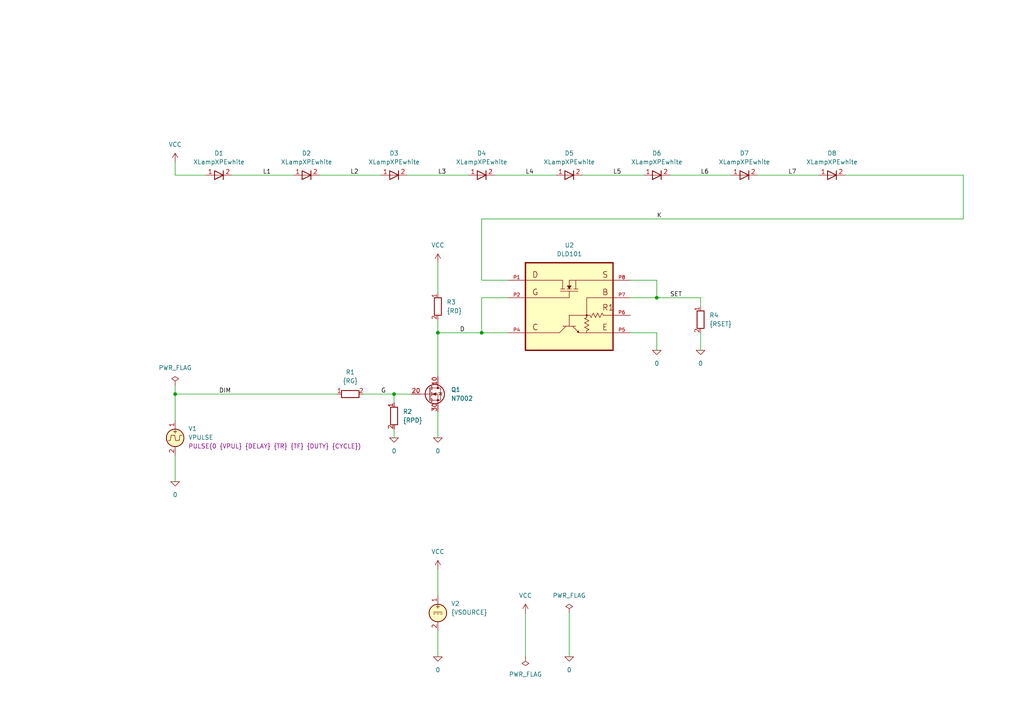
<source format=kicad_sch>
(kicad_sch
	(version 20231120)
	(generator "eeschema")
	(generator_version "8.0")
	(uuid "25f774f4-c046-4ea1-9556-097d097b699a")
	(paper "A4")
	(title_block
		(title "Linear mode current sink led driver. XP-E white.")
		(date "2024-11-08")
		(rev "2")
		(company "astroelectronic@")
		(comment 1 "-")
		(comment 2 "-")
		(comment 3 "-")
		(comment 4 "AE01003101")
	)
	(lib_symbols
		(symbol "DLD101:0"
			(power)
			(pin_names
				(offset 0)
			)
			(exclude_from_sim no)
			(in_bom yes)
			(on_board yes)
			(property "Reference" "#GND"
				(at 0 -2.54 0)
				(effects
					(font
						(size 1.27 1.27)
					)
					(hide yes)
				)
			)
			(property "Value" "0"
				(at 0 -1.778 0)
				(effects
					(font
						(size 1.27 1.27)
					)
				)
			)
			(property "Footprint" ""
				(at 0 0 0)
				(effects
					(font
						(size 1.27 1.27)
					)
					(hide yes)
				)
			)
			(property "Datasheet" "~"
				(at 0 0 0)
				(effects
					(font
						(size 1.27 1.27)
					)
					(hide yes)
				)
			)
			(property "Description" "0V reference potential for simulation"
				(at 0 0 0)
				(effects
					(font
						(size 1.27 1.27)
					)
					(hide yes)
				)
			)
			(property "ki_keywords" "simulation"
				(at 0 0 0)
				(effects
					(font
						(size 1.27 1.27)
					)
					(hide yes)
				)
			)
			(symbol "0_0_1"
				(polyline
					(pts
						(xy -1.27 0) (xy 0 -1.27) (xy 1.27 0) (xy -1.27 0)
					)
					(stroke
						(width 0)
						(type default)
					)
					(fill
						(type none)
					)
				)
			)
			(symbol "0_1_1"
				(pin power_in line
					(at 0 0 0)
					(length 0) hide
					(name "0"
						(effects
							(font
								(size 1.016 1.016)
							)
						)
					)
					(number "1"
						(effects
							(font
								(size 1.016 1.016)
							)
						)
					)
				)
			)
		)
		(symbol "DLD101:DIODE"
			(pin_names
				(offset 1.016) hide)
			(exclude_from_sim no)
			(in_bom yes)
			(on_board yes)
			(property "Reference" "D"
				(at 0 2.54 0)
				(effects
					(font
						(size 1.27 1.27)
					)
				)
			)
			(property "Value" "${SIM.PARAMS}"
				(at 0 -2.54 0)
				(effects
					(font
						(size 1.27 1.27)
					)
				)
			)
			(property "Footprint" ""
				(at 0 0 0)
				(effects
					(font
						(size 1.27 1.27)
					)
					(hide yes)
				)
			)
			(property "Datasheet" "~"
				(at 0 0 0)
				(effects
					(font
						(size 1.27 1.27)
					)
					(hide yes)
				)
			)
			(property "Description" "Diode, anode on pin 1, for simulation only!"
				(at 0 0 0)
				(effects
					(font
						(size 1.27 1.27)
					)
					(hide yes)
				)
			)
			(property "Sim.Pins" "1=1 2=2"
				(at 0 0 0)
				(effects
					(font
						(size 1.27 1.27)
					)
					(hide yes)
				)
			)
			(property "Sim.Device" "SPICE"
				(at 0 0 0)
				(effects
					(font
						(size 1.27 1.27)
					)
					(justify left)
					(hide yes)
				)
			)
			(property "Sim.Params" "type=\"D\" model=\"DIODE\" lib=\"\""
				(at 0 0 0)
				(effects
					(font
						(size 1.27 1.27)
					)
					(hide yes)
				)
			)
			(property "Spice_Netlist_Enabled" "Y"
				(at 0 0 0)
				(effects
					(font
						(size 1.27 1.27)
					)
					(justify left)
					(hide yes)
				)
			)
			(property "ki_keywords" "simulation"
				(at 0 0 0)
				(effects
					(font
						(size 1.27 1.27)
					)
					(hide yes)
				)
			)
			(symbol "DIODE_0_1"
				(polyline
					(pts
						(xy 1.27 0) (xy -1.27 0)
					)
					(stroke
						(width 0)
						(type default)
					)
					(fill
						(type none)
					)
				)
				(polyline
					(pts
						(xy 1.27 1.27) (xy 1.27 -1.27)
					)
					(stroke
						(width 0.254)
						(type default)
					)
					(fill
						(type none)
					)
				)
				(polyline
					(pts
						(xy -1.27 -1.27) (xy -1.27 1.27) (xy 1.27 0) (xy -1.27 -1.27)
					)
					(stroke
						(width 0.254)
						(type default)
					)
					(fill
						(type none)
					)
				)
			)
			(symbol "DIODE_1_1"
				(pin passive line
					(at -3.81 0 0)
					(length 2.54)
					(name "A"
						(effects
							(font
								(size 1.27 1.27)
							)
						)
					)
					(number "1"
						(effects
							(font
								(size 1.27 1.27)
							)
						)
					)
				)
				(pin passive line
					(at 3.81 0 180)
					(length 2.54)
					(name "K"
						(effects
							(font
								(size 1.27 1.27)
							)
						)
					)
					(number "2"
						(effects
							(font
								(size 1.27 1.27)
							)
						)
					)
				)
			)
		)
		(symbol "DLD101:DLD101"
			(pin_names
				(offset 1.016) hide)
			(exclude_from_sim no)
			(in_bom yes)
			(on_board yes)
			(property "Reference" "U"
				(at -4.8514 14.0462 0)
				(effects
					(font
						(size 1.27 1.27)
					)
					(justify left bottom)
				)
			)
			(property "Value" "DLD101"
				(at -5.9436 -15.6972 0)
				(effects
					(font
						(size 1.27 1.27)
					)
					(justify left bottom)
				)
			)
			(property "Footprint" ""
				(at 0 -2.54 0)
				(effects
					(font
						(size 1.27 1.27)
					)
					(justify bottom)
					(hide yes)
				)
			)
			(property "Datasheet" "https://www.diodes.com/assets/Datasheets/ds32007.pdf"
				(at 0 -2.54 0)
				(effects
					(font
						(size 1.27 1.27)
					)
					(hide yes)
				)
			)
			(property "Description" ""
				(at 0 0 0)
				(effects
					(font
						(size 1.27 1.27)
					)
					(hide yes)
				)
			)
			(symbol "DLD101_0_0"
				(rectangle
					(start -12.7 -12.7)
					(end 12.7 12.7)
					(stroke
						(width 0.4064)
						(type default)
					)
					(fill
						(type background)
					)
				)
				(polyline
					(pts
						(xy -12.7 -7.62) (xy -2.8575 -7.62)
					)
					(stroke
						(width 0.1524)
						(type default)
					)
					(fill
						(type none)
					)
				)
				(polyline
					(pts
						(xy -12.7 2.54) (xy 0 2.54)
					)
					(stroke
						(width 0.1524)
						(type default)
					)
					(fill
						(type none)
					)
				)
				(polyline
					(pts
						(xy -12.7 7.62) (xy -1.905 7.62)
					)
					(stroke
						(width 0.1524)
						(type default)
					)
					(fill
						(type none)
					)
				)
				(polyline
					(pts
						(xy -2.8575 -7.62) (xy -0.9525 -5.715)
					)
					(stroke
						(width 0.1524)
						(type default)
					)
					(fill
						(type none)
					)
				)
				(polyline
					(pts
						(xy -2.54 5.08) (xy -1.27 5.08)
					)
					(stroke
						(width 0.1524)
						(type default)
					)
					(fill
						(type none)
					)
				)
				(polyline
					(pts
						(xy -1.905 -5.715) (xy -0.9525 -5.715)
					)
					(stroke
						(width 0.1524)
						(type default)
					)
					(fill
						(type none)
					)
				)
				(polyline
					(pts
						(xy -1.905 7.62) (xy -1.905 5.08)
					)
					(stroke
						(width 0.1524)
						(type default)
					)
					(fill
						(type none)
					)
				)
				(polyline
					(pts
						(xy -0.9525 -5.715) (xy 0 -5.715)
					)
					(stroke
						(width 0.1524)
						(type default)
					)
					(fill
						(type none)
					)
				)
				(polyline
					(pts
						(xy -0.635 5.08) (xy 0.635 5.08)
					)
					(stroke
						(width 0.1524)
						(type default)
					)
					(fill
						(type none)
					)
				)
				(polyline
					(pts
						(xy 0 -5.715) (xy 0.9525 -5.715)
					)
					(stroke
						(width 0.1524)
						(type default)
					)
					(fill
						(type none)
					)
				)
				(polyline
					(pts
						(xy 0 -2.54) (xy 0 -5.715)
					)
					(stroke
						(width 0.1524)
						(type default)
					)
					(fill
						(type none)
					)
				)
				(polyline
					(pts
						(xy 0 2.54) (xy 0 4.445)
					)
					(stroke
						(width 0.1524)
						(type default)
					)
					(fill
						(type none)
					)
				)
				(polyline
					(pts
						(xy 0 4.445) (xy -2.54 4.445)
					)
					(stroke
						(width 0.1524)
						(type default)
					)
					(fill
						(type none)
					)
				)
				(polyline
					(pts
						(xy 0 4.445) (xy 2.54 4.445)
					)
					(stroke
						(width 0.1524)
						(type default)
					)
					(fill
						(type none)
					)
				)
				(polyline
					(pts
						(xy 0 7.62) (xy 0 5.715)
					)
					(stroke
						(width 0.1524)
						(type default)
					)
					(fill
						(type none)
					)
				)
				(polyline
					(pts
						(xy 0 7.62) (xy 12.7 7.62)
					)
					(stroke
						(width 0.1524)
						(type default)
					)
					(fill
						(type none)
					)
				)
				(polyline
					(pts
						(xy 0.9525 -5.715) (xy 1.905 -5.715)
					)
					(stroke
						(width 0.1524)
						(type default)
					)
					(fill
						(type none)
					)
				)
				(polyline
					(pts
						(xy 0.9525 -5.715) (xy 2.54 -7.3025)
					)
					(stroke
						(width 0.1524)
						(type default)
					)
					(fill
						(type none)
					)
				)
				(polyline
					(pts
						(xy 1.27 5.08) (xy 2.54 5.08)
					)
					(stroke
						(width 0.1524)
						(type default)
					)
					(fill
						(type none)
					)
				)
				(polyline
					(pts
						(xy 1.905 7.62) (xy 1.905 5.08)
					)
					(stroke
						(width 0.1524)
						(type default)
					)
					(fill
						(type none)
					)
				)
				(polyline
					(pts
						(xy 4.445 -6.0325) (xy 5.715 -6.6675)
					)
					(stroke
						(width 0.1524)
						(type default)
					)
					(fill
						(type none)
					)
				)
				(polyline
					(pts
						(xy 4.445 -4.7625) (xy 5.715 -5.3975)
					)
					(stroke
						(width 0.1524)
						(type default)
					)
					(fill
						(type none)
					)
				)
				(polyline
					(pts
						(xy 4.445 -3.4925) (xy 5.715 -4.1275)
					)
					(stroke
						(width 0.1524)
						(type default)
					)
					(fill
						(type none)
					)
				)
				(polyline
					(pts
						(xy 5.08 -7.62) (xy 2.8575 -7.62)
					)
					(stroke
						(width 0.1524)
						(type default)
					)
					(fill
						(type none)
					)
				)
				(polyline
					(pts
						(xy 5.08 -6.985) (xy 5.08 -7.62)
					)
					(stroke
						(width 0.1524)
						(type default)
					)
					(fill
						(type none)
					)
				)
				(polyline
					(pts
						(xy 5.08 -3.175) (xy 4.445 -3.4925)
					)
					(stroke
						(width 0.1524)
						(type default)
					)
					(fill
						(type none)
					)
				)
				(polyline
					(pts
						(xy 5.08 -2.54) (xy 0 -2.54)
					)
					(stroke
						(width 0.1524)
						(type default)
					)
					(fill
						(type none)
					)
				)
				(polyline
					(pts
						(xy 5.08 -2.54) (xy 5.08 -3.175)
					)
					(stroke
						(width 0.1524)
						(type default)
					)
					(fill
						(type none)
					)
				)
				(polyline
					(pts
						(xy 5.08 2.54) (xy 5.08 -2.54)
					)
					(stroke
						(width 0.1524)
						(type default)
					)
					(fill
						(type none)
					)
				)
				(polyline
					(pts
						(xy 5.715 -6.6675) (xy 5.08 -6.985)
					)
					(stroke
						(width 0.1524)
						(type default)
					)
					(fill
						(type none)
					)
				)
				(polyline
					(pts
						(xy 5.715 -5.3975) (xy 4.445 -6.0325)
					)
					(stroke
						(width 0.1524)
						(type default)
					)
					(fill
						(type none)
					)
				)
				(polyline
					(pts
						(xy 5.715 -4.1275) (xy 4.445 -4.7625)
					)
					(stroke
						(width 0.1524)
						(type default)
					)
					(fill
						(type none)
					)
				)
				(polyline
					(pts
						(xy 6.0325 -2.54) (xy 5.08 -2.54)
					)
					(stroke
						(width 0.1524)
						(type default)
					)
					(fill
						(type none)
					)
				)
				(polyline
					(pts
						(xy 6.35 -3.175) (xy 6.0325 -2.54)
					)
					(stroke
						(width 0.1524)
						(type default)
					)
					(fill
						(type none)
					)
				)
				(polyline
					(pts
						(xy 6.985 -1.905) (xy 6.35 -3.175)
					)
					(stroke
						(width 0.1524)
						(type default)
					)
					(fill
						(type none)
					)
				)
				(polyline
					(pts
						(xy 7.62 -3.175) (xy 6.985 -1.905)
					)
					(stroke
						(width 0.1524)
						(type default)
					)
					(fill
						(type none)
					)
				)
				(polyline
					(pts
						(xy 8.255 -1.905) (xy 7.62 -3.175)
					)
					(stroke
						(width 0.1524)
						(type default)
					)
					(fill
						(type none)
					)
				)
				(polyline
					(pts
						(xy 8.89 -3.175) (xy 8.255 -1.905)
					)
					(stroke
						(width 0.1524)
						(type default)
					)
					(fill
						(type none)
					)
				)
				(polyline
					(pts
						(xy 9.525 -1.905) (xy 8.89 -3.175)
					)
					(stroke
						(width 0.1524)
						(type default)
					)
					(fill
						(type none)
					)
				)
				(polyline
					(pts
						(xy 9.8425 -2.54) (xy 9.525 -1.905)
					)
					(stroke
						(width 0.1524)
						(type default)
					)
					(fill
						(type none)
					)
				)
				(polyline
					(pts
						(xy 12.5412 -7.62) (xy 5.08 -7.62)
					)
					(stroke
						(width 0.1524)
						(type default)
					)
					(fill
						(type none)
					)
				)
				(polyline
					(pts
						(xy 12.7 -2.54) (xy 9.8425 -2.54)
					)
					(stroke
						(width 0.1524)
						(type default)
					)
					(fill
						(type none)
					)
				)
				(polyline
					(pts
						(xy 12.7 2.54) (xy 5.08 2.54)
					)
					(stroke
						(width 0.1524)
						(type default)
					)
					(fill
						(type none)
					)
				)
				(polyline
					(pts
						(xy -0.635 6.0325) (xy 0 5.08) (xy 0.635 6.0325) (xy -0.635 6.0325)
					)
					(stroke
						(width 0.01)
						(type default)
					)
					(fill
						(type outline)
					)
				)
				(polyline
					(pts
						(xy 2.8575 -7.62) (xy 2.6988 -6.985) (xy 2.2225 -7.4613) (xy 2.8575 -7.62)
					)
					(stroke
						(width 0.01)
						(type default)
					)
					(fill
						(type outline)
					)
				)
				(circle
					(center 5.08 -2.54)
					(radius 0.1588)
					(stroke
						(width 0.1524)
						(type default)
					)
					(fill
						(type none)
					)
				)
				(circle
					(center 5.08 -2.54)
					(radius 0.2245)
					(stroke
						(width 0.1524)
						(type default)
					)
					(fill
						(type none)
					)
				)
				(text "B"
					(at 9.525 3.175 0)
					(effects
						(font
							(size 1.6764 1.6764)
						)
						(justify left bottom)
					)
				)
				(text "C"
					(at -10.795 -6.985 0)
					(effects
						(font
							(size 1.6764 1.6764)
						)
						(justify left bottom)
					)
				)
				(text "D"
					(at -10.795 8.255 0)
					(effects
						(font
							(size 1.6764 1.6764)
						)
						(justify left bottom)
					)
				)
				(text "E"
					(at 9.525 -6.985 0)
					(effects
						(font
							(size 1.6764 1.6764)
						)
						(justify left bottom)
					)
				)
				(text "G"
					(at -10.795 3.175 0)
					(effects
						(font
							(size 1.6764 1.6764)
						)
						(justify left bottom)
					)
				)
				(text "R1"
					(at 9.525 -1.27 0)
					(effects
						(font
							(size 1.6764 1.6764)
						)
						(justify left bottom)
					)
				)
				(text "S"
					(at 9.525 8.255 0)
					(effects
						(font
							(size 1.6764 1.6764)
						)
						(justify left bottom)
					)
				)
				(pin passive line
					(at -17.78 7.62 0)
					(length 5.08)
					(name "D"
						(effects
							(font
								(size 1.016 1.016)
							)
						)
					)
					(number "P1"
						(effects
							(font
								(size 1.016 1.016)
							)
						)
					)
				)
				(pin passive line
					(at -17.78 2.54 0)
					(length 5.08)
					(name "G"
						(effects
							(font
								(size 1.016 1.016)
							)
						)
					)
					(number "P2"
						(effects
							(font
								(size 1.016 1.016)
							)
						)
					)
				)
				(pin passive line
					(at -17.78 -7.62 0)
					(length 5.08)
					(name "C"
						(effects
							(font
								(size 1.016 1.016)
							)
						)
					)
					(number "P4"
						(effects
							(font
								(size 1.016 1.016)
							)
						)
					)
				)
				(pin passive line
					(at 17.78 -7.62 180)
					(length 5.08)
					(name "E"
						(effects
							(font
								(size 1.016 1.016)
							)
						)
					)
					(number "P5"
						(effects
							(font
								(size 1.016 1.016)
							)
						)
					)
				)
				(pin passive line
					(at 17.78 -2.54 180)
					(length 5.08)
					(name "R1"
						(effects
							(font
								(size 1.016 1.016)
							)
						)
					)
					(number "P6"
						(effects
							(font
								(size 1.016 1.016)
							)
						)
					)
				)
				(pin passive line
					(at 17.78 2.54 180)
					(length 5.08)
					(name "B"
						(effects
							(font
								(size 1.016 1.016)
							)
						)
					)
					(number "P7"
						(effects
							(font
								(size 1.016 1.016)
							)
						)
					)
				)
				(pin passive line
					(at 17.78 7.62 180)
					(length 5.08)
					(name "S"
						(effects
							(font
								(size 1.016 1.016)
							)
						)
					)
					(number "P8"
						(effects
							(font
								(size 1.016 1.016)
							)
						)
					)
				)
			)
		)
		(symbol "DLD101:N7002"
			(pin_names
				(offset 0) hide)
			(exclude_from_sim no)
			(in_bom yes)
			(on_board yes)
			(property "Reference" "Q"
				(at 5.08 1.27 0)
				(effects
					(font
						(size 1.27 1.27)
					)
					(justify left)
				)
			)
			(property "Value" "N7002"
				(at 5.08 -1.27 0)
				(effects
					(font
						(size 1.27 1.27)
					)
					(justify left)
				)
			)
			(property "Footprint" ""
				(at 5.08 2.54 0)
				(effects
					(font
						(size 1.27 1.27)
					)
					(hide yes)
				)
			)
			(property "Datasheet" "~"
				(at 0 0 0)
				(effects
					(font
						(size 1.27 1.27)
					)
					(hide yes)
				)
			)
			(property "Description" "N-MOSFET transistor, drain/gate/source"
				(at 0 0 0)
				(effects
					(font
						(size 1.27 1.27)
					)
					(hide yes)
				)
			)
			(property "ki_keywords" "transistor NMOS N-MOS N-MOSFET"
				(at 0 0 0)
				(effects
					(font
						(size 1.27 1.27)
					)
					(hide yes)
				)
			)
			(symbol "N7002_0_1"
				(polyline
					(pts
						(xy 0.254 0) (xy -2.54 0)
					)
					(stroke
						(width 0)
						(type default)
					)
					(fill
						(type none)
					)
				)
				(polyline
					(pts
						(xy 0.254 1.905) (xy 0.254 -1.905)
					)
					(stroke
						(width 0.254)
						(type default)
					)
					(fill
						(type none)
					)
				)
				(polyline
					(pts
						(xy 0.762 -1.27) (xy 0.762 -2.286)
					)
					(stroke
						(width 0.254)
						(type default)
					)
					(fill
						(type none)
					)
				)
				(polyline
					(pts
						(xy 0.762 0.508) (xy 0.762 -0.508)
					)
					(stroke
						(width 0.254)
						(type default)
					)
					(fill
						(type none)
					)
				)
				(polyline
					(pts
						(xy 0.762 2.286) (xy 0.762 1.27)
					)
					(stroke
						(width 0.254)
						(type default)
					)
					(fill
						(type none)
					)
				)
				(polyline
					(pts
						(xy 2.54 2.54) (xy 2.54 1.778)
					)
					(stroke
						(width 0)
						(type default)
					)
					(fill
						(type none)
					)
				)
				(polyline
					(pts
						(xy 2.54 -2.54) (xy 2.54 0) (xy 0.762 0)
					)
					(stroke
						(width 0)
						(type default)
					)
					(fill
						(type none)
					)
				)
				(polyline
					(pts
						(xy 0.762 -1.778) (xy 3.302 -1.778) (xy 3.302 1.778) (xy 0.762 1.778)
					)
					(stroke
						(width 0)
						(type default)
					)
					(fill
						(type none)
					)
				)
				(polyline
					(pts
						(xy 1.016 0) (xy 2.032 0.381) (xy 2.032 -0.381) (xy 1.016 0)
					)
					(stroke
						(width 0)
						(type default)
					)
					(fill
						(type outline)
					)
				)
				(polyline
					(pts
						(xy 2.794 0.508) (xy 2.921 0.381) (xy 3.683 0.381) (xy 3.81 0.254)
					)
					(stroke
						(width 0)
						(type default)
					)
					(fill
						(type none)
					)
				)
				(polyline
					(pts
						(xy 3.302 0.381) (xy 2.921 -0.254) (xy 3.683 -0.254) (xy 3.302 0.381)
					)
					(stroke
						(width 0)
						(type default)
					)
					(fill
						(type none)
					)
				)
				(circle
					(center 1.651 0)
					(radius 2.794)
					(stroke
						(width 0.254)
						(type default)
					)
					(fill
						(type none)
					)
				)
				(circle
					(center 2.54 -1.778)
					(radius 0.254)
					(stroke
						(width 0)
						(type default)
					)
					(fill
						(type outline)
					)
				)
				(circle
					(center 2.54 1.778)
					(radius 0.254)
					(stroke
						(width 0)
						(type default)
					)
					(fill
						(type outline)
					)
				)
			)
			(symbol "N7002_1_1"
				(pin passive line
					(at 2.54 5.08 270)
					(length 2.54)
					(name "D"
						(effects
							(font
								(size 1.27 1.27)
							)
						)
					)
					(number "10"
						(effects
							(font
								(size 1.27 1.27)
							)
						)
					)
				)
				(pin passive line
					(at -5.08 0 0)
					(length 2.54)
					(name "G"
						(effects
							(font
								(size 1.27 1.27)
							)
						)
					)
					(number "20"
						(effects
							(font
								(size 1.27 1.27)
							)
						)
					)
				)
				(pin passive line
					(at 2.54 -5.08 90)
					(length 2.54)
					(name "S"
						(effects
							(font
								(size 1.27 1.27)
							)
						)
					)
					(number "30"
						(effects
							(font
								(size 1.27 1.27)
							)
						)
					)
				)
			)
		)
		(symbol "DLD101:PWR_FLAG"
			(power)
			(pin_numbers hide)
			(pin_names
				(offset 0) hide)
			(exclude_from_sim no)
			(in_bom yes)
			(on_board yes)
			(property "Reference" "#FLG"
				(at 0 1.905 0)
				(effects
					(font
						(size 1.27 1.27)
					)
					(hide yes)
				)
			)
			(property "Value" "PWR_FLAG"
				(at 0 3.81 0)
				(effects
					(font
						(size 1.27 1.27)
					)
				)
			)
			(property "Footprint" ""
				(at 0 0 0)
				(effects
					(font
						(size 1.27 1.27)
					)
					(hide yes)
				)
			)
			(property "Datasheet" "~"
				(at 0 0 0)
				(effects
					(font
						(size 1.27 1.27)
					)
					(hide yes)
				)
			)
			(property "Description" "Special symbol for telling ERC where power comes from"
				(at 0 0 0)
				(effects
					(font
						(size 1.27 1.27)
					)
					(hide yes)
				)
			)
			(property "ki_keywords" "flag power"
				(at 0 0 0)
				(effects
					(font
						(size 1.27 1.27)
					)
					(hide yes)
				)
			)
			(symbol "PWR_FLAG_0_0"
				(pin power_out line
					(at 0 0 90)
					(length 0)
					(name "pwr"
						(effects
							(font
								(size 1.27 1.27)
							)
						)
					)
					(number "1"
						(effects
							(font
								(size 1.27 1.27)
							)
						)
					)
				)
			)
			(symbol "PWR_FLAG_0_1"
				(polyline
					(pts
						(xy 0 0) (xy 0 1.27) (xy -1.016 1.905) (xy 0 2.54) (xy 1.016 1.905) (xy 0 1.27)
					)
					(stroke
						(width 0)
						(type default)
					)
					(fill
						(type none)
					)
				)
			)
		)
		(symbol "DLD101:R"
			(pin_names
				(offset 0) hide)
			(exclude_from_sim no)
			(in_bom yes)
			(on_board yes)
			(property "Reference" "R"
				(at 2.032 0 90)
				(effects
					(font
						(size 1.27 1.27)
					)
				)
			)
			(property "Value" "R"
				(at 0 0 90)
				(effects
					(font
						(size 1.27 1.27)
					)
				)
			)
			(property "Footprint" ""
				(at -1.778 0 90)
				(effects
					(font
						(size 1.27 1.27)
					)
					(hide yes)
				)
			)
			(property "Datasheet" "~"
				(at 0 0 0)
				(effects
					(font
						(size 1.27 1.27)
					)
					(hide yes)
				)
			)
			(property "Description" "Resistor"
				(at 0 0 0)
				(effects
					(font
						(size 1.27 1.27)
					)
					(hide yes)
				)
			)
			(property "ki_keywords" "R res resistor"
				(at 0 0 0)
				(effects
					(font
						(size 1.27 1.27)
					)
					(hide yes)
				)
			)
			(property "ki_fp_filters" "R_*"
				(at 0 0 0)
				(effects
					(font
						(size 1.27 1.27)
					)
					(hide yes)
				)
			)
			(symbol "R_0_1"
				(rectangle
					(start -1.016 -2.54)
					(end 1.016 2.54)
					(stroke
						(width 0.254)
						(type default)
					)
					(fill
						(type none)
					)
				)
			)
			(symbol "R_1_1"
				(pin passive line
					(at 0 3.81 270)
					(length 1.27)
					(name "~"
						(effects
							(font
								(size 1.27 1.27)
							)
						)
					)
					(number "1"
						(effects
							(font
								(size 1.27 1.27)
							)
						)
					)
				)
				(pin passive line
					(at 0 -3.81 90)
					(length 1.27)
					(name "~"
						(effects
							(font
								(size 1.27 1.27)
							)
						)
					)
					(number "2"
						(effects
							(font
								(size 1.27 1.27)
							)
						)
					)
				)
			)
		)
		(symbol "DLD101:VCC"
			(power)
			(pin_names
				(offset 0)
			)
			(exclude_from_sim no)
			(in_bom yes)
			(on_board yes)
			(property "Reference" "#PWR"
				(at 0 -3.81 0)
				(effects
					(font
						(size 1.27 1.27)
					)
					(hide yes)
				)
			)
			(property "Value" "VCC"
				(at 0 3.81 0)
				(effects
					(font
						(size 1.27 1.27)
					)
				)
			)
			(property "Footprint" ""
				(at 0 0 0)
				(effects
					(font
						(size 1.27 1.27)
					)
					(hide yes)
				)
			)
			(property "Datasheet" ""
				(at 0 0 0)
				(effects
					(font
						(size 1.27 1.27)
					)
					(hide yes)
				)
			)
			(property "Description" "Power symbol creates a global label with name \"VCC\""
				(at 0 0 0)
				(effects
					(font
						(size 1.27 1.27)
					)
					(hide yes)
				)
			)
			(property "ki_keywords" "global power"
				(at 0 0 0)
				(effects
					(font
						(size 1.27 1.27)
					)
					(hide yes)
				)
			)
			(symbol "VCC_0_1"
				(polyline
					(pts
						(xy -0.762 1.27) (xy 0 2.54)
					)
					(stroke
						(width 0)
						(type default)
					)
					(fill
						(type none)
					)
				)
				(polyline
					(pts
						(xy 0 0) (xy 0 2.54)
					)
					(stroke
						(width 0)
						(type default)
					)
					(fill
						(type none)
					)
				)
				(polyline
					(pts
						(xy 0 2.54) (xy 0.762 1.27)
					)
					(stroke
						(width 0)
						(type default)
					)
					(fill
						(type none)
					)
				)
			)
			(symbol "VCC_1_1"
				(pin power_in line
					(at 0 0 90)
					(length 0) hide
					(name "VCC"
						(effects
							(font
								(size 1.27 1.27)
							)
						)
					)
					(number "1"
						(effects
							(font
								(size 1.27 1.27)
							)
						)
					)
				)
			)
		)
		(symbol "DLD101:VDC"
			(pin_names
				(offset 0.0254) hide)
			(exclude_from_sim no)
			(in_bom yes)
			(on_board yes)
			(property "Reference" "V"
				(at 2.54 2.54 0)
				(effects
					(font
						(size 1.27 1.27)
					)
					(justify left)
				)
			)
			(property "Value" "1"
				(at 2.54 0 0)
				(effects
					(font
						(size 1.27 1.27)
					)
					(justify left)
				)
			)
			(property "Footprint" ""
				(at 0 0 0)
				(effects
					(font
						(size 1.27 1.27)
					)
					(hide yes)
				)
			)
			(property "Datasheet" "~"
				(at 0 0 0)
				(effects
					(font
						(size 1.27 1.27)
					)
					(hide yes)
				)
			)
			(property "Description" "Voltage source, DC"
				(at 0 0 0)
				(effects
					(font
						(size 1.27 1.27)
					)
					(hide yes)
				)
			)
			(property "Sim.Pins" "1=+ 2=-"
				(at 0 0 0)
				(effects
					(font
						(size 1.27 1.27)
					)
					(hide yes)
				)
			)
			(property "Sim.Type" "DC"
				(at 0 0 0)
				(effects
					(font
						(size 1.27 1.27)
					)
					(hide yes)
				)
			)
			(property "Sim.Device" "V"
				(at 0 0 0)
				(effects
					(font
						(size 1.27 1.27)
					)
					(justify left)
					(hide yes)
				)
			)
			(property "Spice_Netlist_Enabled" "Y"
				(at 0 0 0)
				(effects
					(font
						(size 1.27 1.27)
					)
					(justify left)
					(hide yes)
				)
			)
			(property "ki_keywords" "simulation"
				(at 0 0 0)
				(effects
					(font
						(size 1.27 1.27)
					)
					(hide yes)
				)
			)
			(symbol "VDC_0_0"
				(polyline
					(pts
						(xy -1.27 0.254) (xy 1.27 0.254)
					)
					(stroke
						(width 0)
						(type default)
					)
					(fill
						(type none)
					)
				)
				(polyline
					(pts
						(xy -0.762 -0.254) (xy -1.27 -0.254)
					)
					(stroke
						(width 0)
						(type default)
					)
					(fill
						(type none)
					)
				)
				(polyline
					(pts
						(xy 0.254 -0.254) (xy -0.254 -0.254)
					)
					(stroke
						(width 0)
						(type default)
					)
					(fill
						(type none)
					)
				)
				(polyline
					(pts
						(xy 1.27 -0.254) (xy 0.762 -0.254)
					)
					(stroke
						(width 0)
						(type default)
					)
					(fill
						(type none)
					)
				)
				(text "+"
					(at 0 1.905 0)
					(effects
						(font
							(size 1.27 1.27)
						)
					)
				)
			)
			(symbol "VDC_0_1"
				(circle
					(center 0 0)
					(radius 2.54)
					(stroke
						(width 0.254)
						(type default)
					)
					(fill
						(type background)
					)
				)
			)
			(symbol "VDC_1_1"
				(pin passive line
					(at 0 5.08 270)
					(length 2.54)
					(name "~"
						(effects
							(font
								(size 1.27 1.27)
							)
						)
					)
					(number "1"
						(effects
							(font
								(size 1.27 1.27)
							)
						)
					)
				)
				(pin passive line
					(at 0 -5.08 90)
					(length 2.54)
					(name "~"
						(effects
							(font
								(size 1.27 1.27)
							)
						)
					)
					(number "2"
						(effects
							(font
								(size 1.27 1.27)
							)
						)
					)
				)
			)
		)
		(symbol "DLD101:VPULSE"
			(pin_names
				(offset 0.0254) hide)
			(exclude_from_sim no)
			(in_bom yes)
			(on_board yes)
			(property "Reference" "V"
				(at 2.54 2.54 0)
				(effects
					(font
						(size 1.27 1.27)
					)
					(justify left)
				)
			)
			(property "Value" "VPULSE"
				(at 2.54 0 0)
				(effects
					(font
						(size 1.27 1.27)
					)
					(justify left)
				)
			)
			(property "Footprint" ""
				(at 0 0 0)
				(effects
					(font
						(size 1.27 1.27)
					)
					(hide yes)
				)
			)
			(property "Datasheet" "~"
				(at 0 0 0)
				(effects
					(font
						(size 1.27 1.27)
					)
					(hide yes)
				)
			)
			(property "Description" "Voltage source, pulse"
				(at 0 0 0)
				(effects
					(font
						(size 1.27 1.27)
					)
					(hide yes)
				)
			)
			(property "Sim.Pins" "1=+ 2=-"
				(at 0 0 0)
				(effects
					(font
						(size 1.27 1.27)
					)
					(hide yes)
				)
			)
			(property "Sim.Type" "PULSE"
				(at 0 0 0)
				(effects
					(font
						(size 1.27 1.27)
					)
					(hide yes)
				)
			)
			(property "Sim.Device" "V"
				(at 0 0 0)
				(effects
					(font
						(size 1.27 1.27)
					)
					(justify left)
					(hide yes)
				)
			)
			(property "Sim.Params" "y1=0 y2=1 td=2n tr=2n tf=2n tw=50n per=100n"
				(at 2.54 -2.54 0)
				(effects
					(font
						(size 1.27 1.27)
					)
					(justify left)
				)
			)
			(property "Spice_Netlist_Enabled" "Y"
				(at 0 0 0)
				(effects
					(font
						(size 1.27 1.27)
					)
					(justify left)
					(hide yes)
				)
			)
			(property "ki_keywords" "simulation"
				(at 0 0 0)
				(effects
					(font
						(size 1.27 1.27)
					)
					(hide yes)
				)
			)
			(symbol "VPULSE_0_0"
				(polyline
					(pts
						(xy -2.032 -0.762) (xy -1.397 -0.762) (xy -1.143 0.762) (xy -0.127 0.762) (xy 0.127 -0.762) (xy 1.143 -0.762)
						(xy 1.397 0.762) (xy 2.032 0.762)
					)
					(stroke
						(width 0)
						(type default)
					)
					(fill
						(type none)
					)
				)
				(text "+"
					(at 0 1.905 0)
					(effects
						(font
							(size 1.27 1.27)
						)
					)
				)
			)
			(symbol "VPULSE_0_1"
				(circle
					(center 0 0)
					(radius 2.54)
					(stroke
						(width 0.254)
						(type default)
					)
					(fill
						(type background)
					)
				)
			)
			(symbol "VPULSE_1_1"
				(pin passive line
					(at 0 5.08 270)
					(length 2.54)
					(name "~"
						(effects
							(font
								(size 1.27 1.27)
							)
						)
					)
					(number "1"
						(effects
							(font
								(size 1.27 1.27)
							)
						)
					)
				)
				(pin passive line
					(at 0 -5.08 90)
					(length 2.54)
					(name "~"
						(effects
							(font
								(size 1.27 1.27)
							)
						)
					)
					(number "2"
						(effects
							(font
								(size 1.27 1.27)
							)
						)
					)
				)
			)
		)
		(symbol "R_1"
			(pin_names
				(offset 0) hide)
			(exclude_from_sim no)
			(in_bom yes)
			(on_board yes)
			(property "Reference" "R"
				(at 2.032 0 90)
				(effects
					(font
						(size 1.27 1.27)
					)
				)
			)
			(property "Value" "R_1"
				(at 0 0 90)
				(effects
					(font
						(size 1.27 1.27)
					)
				)
			)
			(property "Footprint" ""
				(at -1.778 0 90)
				(effects
					(font
						(size 1.27 1.27)
					)
					(hide yes)
				)
			)
			(property "Datasheet" "~"
				(at 0 0 0)
				(effects
					(font
						(size 1.27 1.27)
					)
					(hide yes)
				)
			)
			(property "Description" "Resistor"
				(at 0 0 0)
				(effects
					(font
						(size 1.27 1.27)
					)
					(hide yes)
				)
			)
			(property "ki_keywords" "R res resistor"
				(at 0 0 0)
				(effects
					(font
						(size 1.27 1.27)
					)
					(hide yes)
				)
			)
			(property "ki_fp_filters" "R_*"
				(at 0 0 0)
				(effects
					(font
						(size 1.27 1.27)
					)
					(hide yes)
				)
			)
			(symbol "R_1_0_1"
				(rectangle
					(start -1.016 -2.54)
					(end 1.016 2.54)
					(stroke
						(width 0.254)
						(type default)
					)
					(fill
						(type none)
					)
				)
			)
			(symbol "R_1_1_1"
				(pin passive line
					(at 0 3.81 270)
					(length 1.27)
					(name "~"
						(effects
							(font
								(size 1.27 1.27)
							)
						)
					)
					(number "1"
						(effects
							(font
								(size 1.27 1.27)
							)
						)
					)
				)
				(pin passive line
					(at 0 -3.81 90)
					(length 1.27)
					(name "~"
						(effects
							(font
								(size 1.27 1.27)
							)
						)
					)
					(number "2"
						(effects
							(font
								(size 1.27 1.27)
							)
						)
					)
				)
			)
		)
		(symbol "R_2"
			(pin_names
				(offset 0) hide)
			(exclude_from_sim no)
			(in_bom yes)
			(on_board yes)
			(property "Reference" "R"
				(at 2.032 0 90)
				(effects
					(font
						(size 1.27 1.27)
					)
				)
			)
			(property "Value" "R_2"
				(at 0 0 90)
				(effects
					(font
						(size 1.27 1.27)
					)
				)
			)
			(property "Footprint" ""
				(at -1.778 0 90)
				(effects
					(font
						(size 1.27 1.27)
					)
					(hide yes)
				)
			)
			(property "Datasheet" "~"
				(at 0 0 0)
				(effects
					(font
						(size 1.27 1.27)
					)
					(hide yes)
				)
			)
			(property "Description" "Resistor"
				(at 0 0 0)
				(effects
					(font
						(size 1.27 1.27)
					)
					(hide yes)
				)
			)
			(property "ki_keywords" "R res resistor"
				(at 0 0 0)
				(effects
					(font
						(size 1.27 1.27)
					)
					(hide yes)
				)
			)
			(property "ki_fp_filters" "R_*"
				(at 0 0 0)
				(effects
					(font
						(size 1.27 1.27)
					)
					(hide yes)
				)
			)
			(symbol "R_2_0_1"
				(rectangle
					(start -1.016 -2.54)
					(end 1.016 2.54)
					(stroke
						(width 0.254)
						(type default)
					)
					(fill
						(type none)
					)
				)
			)
			(symbol "R_2_1_1"
				(pin passive line
					(at 0 3.81 270)
					(length 1.27)
					(name "~"
						(effects
							(font
								(size 1.27 1.27)
							)
						)
					)
					(number "1"
						(effects
							(font
								(size 1.27 1.27)
							)
						)
					)
				)
				(pin passive line
					(at 0 -3.81 90)
					(length 1.27)
					(name "~"
						(effects
							(font
								(size 1.27 1.27)
							)
						)
					)
					(number "2"
						(effects
							(font
								(size 1.27 1.27)
							)
						)
					)
				)
			)
		)
		(symbol "R_3"
			(pin_names
				(offset 0) hide)
			(exclude_from_sim no)
			(in_bom yes)
			(on_board yes)
			(property "Reference" "R"
				(at 2.032 0 90)
				(effects
					(font
						(size 1.27 1.27)
					)
				)
			)
			(property "Value" "R_3"
				(at 0 0 90)
				(effects
					(font
						(size 1.27 1.27)
					)
				)
			)
			(property "Footprint" ""
				(at -1.778 0 90)
				(effects
					(font
						(size 1.27 1.27)
					)
					(hide yes)
				)
			)
			(property "Datasheet" "~"
				(at 0 0 0)
				(effects
					(font
						(size 1.27 1.27)
					)
					(hide yes)
				)
			)
			(property "Description" "Resistor"
				(at 0 0 0)
				(effects
					(font
						(size 1.27 1.27)
					)
					(hide yes)
				)
			)
			(property "ki_keywords" "R res resistor"
				(at 0 0 0)
				(effects
					(font
						(size 1.27 1.27)
					)
					(hide yes)
				)
			)
			(property "ki_fp_filters" "R_*"
				(at 0 0 0)
				(effects
					(font
						(size 1.27 1.27)
					)
					(hide yes)
				)
			)
			(symbol "R_3_0_1"
				(rectangle
					(start -1.016 -2.54)
					(end 1.016 2.54)
					(stroke
						(width 0.254)
						(type default)
					)
					(fill
						(type none)
					)
				)
			)
			(symbol "R_3_1_1"
				(pin passive line
					(at 0 3.81 270)
					(length 1.27)
					(name "~"
						(effects
							(font
								(size 1.27 1.27)
							)
						)
					)
					(number "1"
						(effects
							(font
								(size 1.27 1.27)
							)
						)
					)
				)
				(pin passive line
					(at 0 -3.81 90)
					(length 1.27)
					(name "~"
						(effects
							(font
								(size 1.27 1.27)
							)
						)
					)
					(number "2"
						(effects
							(font
								(size 1.27 1.27)
							)
						)
					)
				)
			)
		)
	)
	(junction
		(at 50.8 114.3)
		(diameter 0)
		(color 0 0 0 0)
		(uuid "1dc045e2-8d9b-4ad7-89e1-c9629b863d56")
	)
	(junction
		(at 127 96.52)
		(diameter 0)
		(color 0 0 0 0)
		(uuid "231a8690-cf3d-4bbe-9d8e-16562d9a55c6")
	)
	(junction
		(at 139.7 96.52)
		(diameter 0)
		(color 0 0 0 0)
		(uuid "27f9e265-03c6-4bac-a21e-9af9f933f901")
	)
	(junction
		(at 190.5 86.36)
		(diameter 0)
		(color 0 0 0 0)
		(uuid "6886c089-6247-4938-ad23-59712fd668e3")
	)
	(junction
		(at 114.3 114.3)
		(diameter 0)
		(color 0 0 0 0)
		(uuid "6cd8b069-8800-4ee0-b9aa-cfbd9109d0f0")
	)
	(wire
		(pts
			(xy 50.8 111.76) (xy 50.8 114.3)
		)
		(stroke
			(width 0)
			(type default)
		)
		(uuid "03a4fe2f-66bb-4154-98ef-362501fa36ca")
	)
	(wire
		(pts
			(xy 245.11 50.8) (xy 279.4 50.8)
		)
		(stroke
			(width 0)
			(type default)
		)
		(uuid "0fb3a15b-52e6-4de2-a6f9-8c60178c90c4")
	)
	(wire
		(pts
			(xy 67.31 50.8) (xy 85.09 50.8)
		)
		(stroke
			(width 0)
			(type default)
		)
		(uuid "1b0e78ee-79c6-4f5a-980d-aed5aacd5817")
	)
	(wire
		(pts
			(xy 114.3 114.3) (xy 114.3 116.84)
		)
		(stroke
			(width 0)
			(type default)
		)
		(uuid "1bfb3656-26ae-4c50-861f-dc74eb760e0c")
	)
	(wire
		(pts
			(xy 139.7 96.52) (xy 139.7 86.36)
		)
		(stroke
			(width 0)
			(type default)
		)
		(uuid "1f89ee33-b2cf-4495-8dd3-d408a9f1ee1b")
	)
	(wire
		(pts
			(xy 165.1 177.8) (xy 165.1 190.5)
		)
		(stroke
			(width 0)
			(type default)
		)
		(uuid "1f96e181-3c8f-46ee-a288-77b61be7168e")
	)
	(wire
		(pts
			(xy 168.91 50.8) (xy 186.69 50.8)
		)
		(stroke
			(width 0)
			(type default)
		)
		(uuid "21434efd-a69f-4824-989e-7733b1efec3d")
	)
	(wire
		(pts
			(xy 127 96.52) (xy 127 109.22)
		)
		(stroke
			(width 0)
			(type default)
		)
		(uuid "254fcee0-2db6-496c-a5fa-f45b0ca68cf8")
	)
	(wire
		(pts
			(xy 190.5 96.52) (xy 190.5 101.6)
		)
		(stroke
			(width 0)
			(type default)
		)
		(uuid "2daa0931-a134-4bd5-8b21-285c1853fb38")
	)
	(wire
		(pts
			(xy 50.8 114.3) (xy 50.8 121.92)
		)
		(stroke
			(width 0)
			(type default)
		)
		(uuid "35dfef20-bec8-43b6-a243-bd2d11587ba2")
	)
	(wire
		(pts
			(xy 139.7 63.5) (xy 279.4 63.5)
		)
		(stroke
			(width 0)
			(type default)
		)
		(uuid "3ab1e50b-9dc1-49a7-b1ce-fd23ba87795f")
	)
	(wire
		(pts
			(xy 147.32 96.52) (xy 139.7 96.52)
		)
		(stroke
			(width 0)
			(type default)
		)
		(uuid "43cd9558-61f3-4312-b62d-a29f2caa25f4")
	)
	(wire
		(pts
			(xy 118.11 50.8) (xy 135.89 50.8)
		)
		(stroke
			(width 0)
			(type default)
		)
		(uuid "449d9536-f1bd-400e-b134-799e3619847d")
	)
	(wire
		(pts
			(xy 203.2 96.52) (xy 203.2 101.6)
		)
		(stroke
			(width 0)
			(type default)
		)
		(uuid "4a7fa1cf-a265-4736-85ba-02228d24908f")
	)
	(wire
		(pts
			(xy 182.88 81.28) (xy 190.5 81.28)
		)
		(stroke
			(width 0)
			(type default)
		)
		(uuid "50b38ee5-ff5d-460e-a9f1-22333acc1f92")
	)
	(wire
		(pts
			(xy 127 182.88) (xy 127 190.5)
		)
		(stroke
			(width 0)
			(type default)
		)
		(uuid "51efd524-00ea-4442-85e0-e126baf675a2")
	)
	(wire
		(pts
			(xy 50.8 46.99) (xy 50.8 50.8)
		)
		(stroke
			(width 0)
			(type default)
		)
		(uuid "567d84b3-d5f1-4a33-aa16-7c2ac62096d6")
	)
	(wire
		(pts
			(xy 127 76.2) (xy 127 85.09)
		)
		(stroke
			(width 0)
			(type default)
		)
		(uuid "5d8c6a48-25c6-442d-a141-9cb564c86dd2")
	)
	(wire
		(pts
			(xy 127 165.1) (xy 127 172.72)
		)
		(stroke
			(width 0)
			(type default)
		)
		(uuid "6869d0c1-c208-4d10-8a38-b280c19458e0")
	)
	(wire
		(pts
			(xy 114.3 124.46) (xy 114.3 127)
		)
		(stroke
			(width 0)
			(type default)
		)
		(uuid "783f7fad-72fb-41e1-b7a9-dbb326073d48")
	)
	(wire
		(pts
			(xy 127 119.38) (xy 127 127)
		)
		(stroke
			(width 0)
			(type default)
		)
		(uuid "79b7a47a-6a0e-486c-9a4f-921d1e30812a")
	)
	(wire
		(pts
			(xy 59.69 50.8) (xy 50.8 50.8)
		)
		(stroke
			(width 0)
			(type default)
		)
		(uuid "7c9c50a3-28b2-4060-8162-2f2cc5e81252")
	)
	(wire
		(pts
			(xy 152.4 177.8) (xy 152.4 190.5)
		)
		(stroke
			(width 0)
			(type default)
		)
		(uuid "7cec2764-f974-4683-9f71-d5a3244bd226")
	)
	(wire
		(pts
			(xy 139.7 81.28) (xy 147.32 81.28)
		)
		(stroke
			(width 0)
			(type default)
		)
		(uuid "7de2846a-c4fd-426e-93da-751bc3627294")
	)
	(wire
		(pts
			(xy 114.3 114.3) (xy 119.38 114.3)
		)
		(stroke
			(width 0)
			(type default)
		)
		(uuid "8e608537-db76-49ec-8ce1-589b2f437cd7")
	)
	(wire
		(pts
			(xy 190.5 86.36) (xy 203.2 86.36)
		)
		(stroke
			(width 0)
			(type default)
		)
		(uuid "9aae6465-2075-4417-b914-ff636d75afcc")
	)
	(wire
		(pts
			(xy 105.41 114.3) (xy 114.3 114.3)
		)
		(stroke
			(width 0)
			(type default)
		)
		(uuid "a044a484-316c-4538-905e-b40631330ac8")
	)
	(wire
		(pts
			(xy 219.71 50.8) (xy 237.49 50.8)
		)
		(stroke
			(width 0)
			(type default)
		)
		(uuid "a2d95e80-b7c3-4167-b35c-c0a0c84428a6")
	)
	(wire
		(pts
			(xy 92.71 50.8) (xy 110.49 50.8)
		)
		(stroke
			(width 0)
			(type default)
		)
		(uuid "bdd2aa47-4839-4041-8952-9e38df5332e1")
	)
	(wire
		(pts
			(xy 139.7 96.52) (xy 127 96.52)
		)
		(stroke
			(width 0)
			(type default)
		)
		(uuid "bddd418b-edb8-4004-a604-2d373918c26e")
	)
	(wire
		(pts
			(xy 139.7 63.5) (xy 139.7 81.28)
		)
		(stroke
			(width 0)
			(type default)
		)
		(uuid "bf7a7315-0502-4699-928b-7899c015c8b4")
	)
	(wire
		(pts
			(xy 139.7 86.36) (xy 147.32 86.36)
		)
		(stroke
			(width 0)
			(type default)
		)
		(uuid "c0e60208-e408-4065-9ee4-557cdfb50ef7")
	)
	(wire
		(pts
			(xy 190.5 86.36) (xy 190.5 81.28)
		)
		(stroke
			(width 0)
			(type default)
		)
		(uuid "c60382b7-ca55-4b81-939a-0a88fd3c59f4")
	)
	(wire
		(pts
			(xy 182.88 96.52) (xy 190.5 96.52)
		)
		(stroke
			(width 0)
			(type default)
		)
		(uuid "cb0ec8b3-e8bf-4004-8261-8cbd77cc5e41")
	)
	(wire
		(pts
			(xy 279.4 50.8) (xy 279.4 63.5)
		)
		(stroke
			(width 0)
			(type default)
		)
		(uuid "cb302ea1-e4fa-4e8a-bb5e-12f4dfb392c0")
	)
	(wire
		(pts
			(xy 194.31 50.8) (xy 212.09 50.8)
		)
		(stroke
			(width 0)
			(type default)
		)
		(uuid "d17127bb-5e9d-4e0b-a88b-77d4c83481d8")
	)
	(wire
		(pts
			(xy 50.8 132.08) (xy 50.8 139.7)
		)
		(stroke
			(width 0)
			(type default)
		)
		(uuid "e118f7fc-fb4e-4310-86bd-73f4692ac0ba")
	)
	(wire
		(pts
			(xy 182.88 86.36) (xy 190.5 86.36)
		)
		(stroke
			(width 0)
			(type default)
		)
		(uuid "e9e8c3f8-a44a-42c2-be23-2611ee9c1b75")
	)
	(wire
		(pts
			(xy 143.51 50.8) (xy 161.29 50.8)
		)
		(stroke
			(width 0)
			(type default)
		)
		(uuid "ef4d2262-7b1d-445e-a755-af32c80301a5")
	)
	(wire
		(pts
			(xy 127 92.71) (xy 127 96.52)
		)
		(stroke
			(width 0)
			(type default)
		)
		(uuid "fd14b704-59d3-4b8d-916f-d2407d0c460f")
	)
	(wire
		(pts
			(xy 203.2 86.36) (xy 203.2 88.9)
		)
		(stroke
			(width 0)
			(type default)
		)
		(uuid "fd472fdd-d23e-40d9-a010-a8860ba972ee")
	)
	(wire
		(pts
			(xy 50.8 114.3) (xy 97.79 114.3)
		)
		(stroke
			(width 0)
			(type default)
		)
		(uuid "fd9ff318-8170-4b36-b411-6b5c2faa8ef1")
	)
	(label "D"
		(at 133.35 96.52 0)
		(fields_autoplaced yes)
		(effects
			(font
				(size 1.27 1.27)
			)
			(justify left bottom)
		)
		(uuid "00d28508-27a0-4b8b-95c8-6592fed589be")
	)
	(label "L6"
		(at 203.2 50.8 0)
		(fields_autoplaced yes)
		(effects
			(font
				(size 1.27 1.27)
			)
			(justify left bottom)
		)
		(uuid "3dc535ef-5d92-4c77-b4f4-788f62aba68f")
	)
	(label "L4"
		(at 152.4 50.8 0)
		(fields_autoplaced yes)
		(effects
			(font
				(size 1.27 1.27)
			)
			(justify left bottom)
		)
		(uuid "6ebbdbc2-20a0-4e9f-9828-aec6775a5326")
	)
	(label "L7"
		(at 228.6 50.8 0)
		(fields_autoplaced yes)
		(effects
			(font
				(size 1.27 1.27)
			)
			(justify left bottom)
		)
		(uuid "729d6cb6-d7ff-4500-aee4-88beb83ab7f0")
	)
	(label "G"
		(at 110.49 114.3 0)
		(fields_autoplaced yes)
		(effects
			(font
				(size 1.27 1.27)
			)
			(justify left bottom)
		)
		(uuid "8b92a73f-f7ae-469f-bf21-643b9aebd183")
	)
	(label "SET"
		(at 194.31 86.36 0)
		(fields_autoplaced yes)
		(effects
			(font
				(size 1.27 1.27)
			)
			(justify left bottom)
		)
		(uuid "8fe0e8ae-df5d-43c0-87b8-c48e67508948")
	)
	(label "DIM"
		(at 63.5 114.3 0)
		(fields_autoplaced yes)
		(effects
			(font
				(size 1.27 1.27)
			)
			(justify left bottom)
		)
		(uuid "92d1b3cd-9434-4fe1-ae7f-a07ce8ac3591")
	)
	(label "L5"
		(at 177.8 50.8 0)
		(fields_autoplaced yes)
		(effects
			(font
				(size 1.27 1.27)
			)
			(justify left bottom)
		)
		(uuid "9cd2d511-d735-4dfd-b2dd-590a5f35c8b5")
	)
	(label "K"
		(at 190.5 63.5 0)
		(fields_autoplaced yes)
		(effects
			(font
				(size 1.27 1.27)
			)
			(justify left bottom)
		)
		(uuid "b362d635-d70e-4c7b-8c68-fd715776cfc2")
	)
	(label "L2"
		(at 101.6 50.8 0)
		(fields_autoplaced yes)
		(effects
			(font
				(size 1.27 1.27)
			)
			(justify left bottom)
		)
		(uuid "bd8641a9-7b33-4a2f-93ca-c54e1f2b589b")
	)
	(label "L3"
		(at 127 50.8 0)
		(fields_autoplaced yes)
		(effects
			(font
				(size 1.27 1.27)
			)
			(justify left bottom)
		)
		(uuid "e08e8489-574f-4c02-8df8-07e9471d68e0")
	)
	(label "L1"
		(at 76.2 50.8 0)
		(fields_autoplaced yes)
		(effects
			(font
				(size 1.27 1.27)
			)
			(justify left bottom)
		)
		(uuid "e2cf0107-70ec-48c1-a12c-ca8bcac72276")
	)
	(symbol
		(lib_id "DLD101:0")
		(at 127 190.5 0)
		(unit 1)
		(exclude_from_sim no)
		(in_bom yes)
		(on_board yes)
		(dnp no)
		(fields_autoplaced yes)
		(uuid "0d59c9a3-f3c0-4d5f-8a52-60d02993ee60")
		(property "Reference" "#GND04"
			(at 127 193.04 0)
			(effects
				(font
					(size 1.27 1.27)
				)
				(hide yes)
			)
		)
		(property "Value" "0"
			(at 127 194.31 0)
			(effects
				(font
					(size 1.27 1.27)
				)
			)
		)
		(property "Footprint" ""
			(at 127 190.5 0)
			(effects
				(font
					(size 1.27 1.27)
				)
				(hide yes)
			)
		)
		(property "Datasheet" "~"
			(at 127 190.5 0)
			(effects
				(font
					(size 1.27 1.27)
				)
				(hide yes)
			)
		)
		(property "Description" ""
			(at 127 190.5 0)
			(effects
				(font
					(size 1.27 1.27)
				)
				(hide yes)
			)
		)
		(pin "1"
			(uuid "1bce97c1-1c6e-46b1-b471-f8662ff3b580")
		)
		(instances
			(project "DLD101_XPE_WHITE"
				(path "/25f774f4-c046-4ea1-9556-097d097b699a"
					(reference "#GND04")
					(unit 1)
				)
			)
		)
	)
	(symbol
		(lib_id "DLD101:VCC")
		(at 152.4 177.8 0)
		(unit 1)
		(exclude_from_sim no)
		(in_bom yes)
		(on_board yes)
		(dnp no)
		(fields_autoplaced yes)
		(uuid "1d1d870d-8ce8-45da-ac35-0bd7959f39ea")
		(property "Reference" "#PWR04"
			(at 152.4 181.61 0)
			(effects
				(font
					(size 1.27 1.27)
				)
				(hide yes)
			)
		)
		(property "Value" "VCC"
			(at 152.4 172.72 0)
			(effects
				(font
					(size 1.27 1.27)
				)
			)
		)
		(property "Footprint" ""
			(at 152.4 177.8 0)
			(effects
				(font
					(size 1.27 1.27)
				)
				(hide yes)
			)
		)
		(property "Datasheet" ""
			(at 152.4 177.8 0)
			(effects
				(font
					(size 1.27 1.27)
				)
				(hide yes)
			)
		)
		(property "Description" ""
			(at 152.4 177.8 0)
			(effects
				(font
					(size 1.27 1.27)
				)
				(hide yes)
			)
		)
		(pin "1"
			(uuid "1436ae2d-4ec0-4fa0-8d1e-3c8fe6449944")
		)
		(instances
			(project "DLD101_XPE_WHITE"
				(path "/25f774f4-c046-4ea1-9556-097d097b699a"
					(reference "#PWR04")
					(unit 1)
				)
			)
		)
	)
	(symbol
		(lib_name "DLD101:VPULSE")
		(lib_id "DLD101:VPULSE")
		(at 50.8 127 0)
		(unit 1)
		(exclude_from_sim no)
		(in_bom yes)
		(on_board yes)
		(dnp no)
		(fields_autoplaced yes)
		(uuid "290ee0a0-5bfc-4a44-bef7-48cb18322f8d")
		(property "Reference" "V1"
			(at 54.61 124.3301 0)
			(effects
				(font
					(size 1.27 1.27)
				)
				(justify left)
			)
		)
		(property "Value" "VPULSE"
			(at 54.61 126.8701 0)
			(effects
				(font
					(size 1.27 1.27)
				)
				(justify left)
			)
		)
		(property "Footprint" ""
			(at 50.8 127 0)
			(effects
				(font
					(size 1.27 1.27)
				)
				(hide yes)
			)
		)
		(property "Datasheet" "~"
			(at 50.8 127 0)
			(effects
				(font
					(size 1.27 1.27)
				)
				(hide yes)
			)
		)
		(property "Description" ""
			(at 50.8 127 0)
			(effects
				(font
					(size 1.27 1.27)
				)
				(hide yes)
			)
		)
		(property "Sim.Device" "V"
			(at 50.8 127 0)
			(effects
				(font
					(size 1.27 1.27)
				)
				(justify left)
				(hide yes)
			)
		)
		(property "Sim.Type" "PULSE"
			(at 0 0 0)
			(effects
				(font
					(size 1.27 1.27)
				)
				(hide yes)
			)
		)
		(property "Sim.Params" "PULSE(0 {VPUL} {DELAY} {TR} {TF} {DUTY} {CYCLE})"
			(at 54.61 129.4101 0)
			(effects
				(font
					(size 1.27 1.27)
				)
				(justify left)
			)
		)
		(property "Sim.Pins" "1=+ 2=-"
			(at 0 0 0)
			(effects
				(font
					(size 1.27 1.27)
				)
				(hide yes)
			)
		)
		(pin "1"
			(uuid "d5ab232d-5014-4175-a4dd-d3198f33ed88")
		)
		(pin "2"
			(uuid "8fa6ec44-8e36-484f-92a0-f43980a265d2")
		)
		(instances
			(project "DLD101_XPE_WHITE"
				(path "/25f774f4-c046-4ea1-9556-097d097b699a"
					(reference "V1")
					(unit 1)
				)
			)
		)
	)
	(symbol
		(lib_name "DLD101:DIODE")
		(lib_id "DLD101:DIODE")
		(at 190.5 50.8 0)
		(unit 1)
		(exclude_from_sim no)
		(in_bom yes)
		(on_board yes)
		(dnp no)
		(fields_autoplaced yes)
		(uuid "34ee986a-a3fa-48be-9ec3-e00745570c83")
		(property "Reference" "D6"
			(at 190.5 44.45 0)
			(effects
				(font
					(size 1.27 1.27)
				)
			)
		)
		(property "Value" "XLampXPEwhite"
			(at 190.5 46.99 0)
			(effects
				(font
					(size 1.27 1.27)
				)
			)
		)
		(property "Footprint" ""
			(at 190.5 50.8 0)
			(effects
				(font
					(size 1.27 1.27)
				)
				(hide yes)
			)
		)
		(property "Datasheet" "~"
			(at 190.5 50.8 0)
			(effects
				(font
					(size 1.27 1.27)
				)
				(hide yes)
			)
		)
		(property "Description" ""
			(at 190.5 50.8 0)
			(effects
				(font
					(size 1.27 1.27)
				)
				(hide yes)
			)
		)
		(property "Sim.Device" "D"
			(at 190.5 50.8 0)
			(effects
				(font
					(size 1.27 1.27)
				)
				(justify left)
				(hide yes)
			)
		)
		(property "Sim.Pins" "1=A 2=K"
			(at 127 0 0)
			(effects
				(font
					(size 1.27 1.27)
				)
				(hide yes)
			)
		)
		(property "Sim.Library" "C:\\AE\\DLD101\\_models\\XPE_SPICE.lib"
			(at 190.5 50.8 0)
			(effects
				(font
					(size 1.27 1.27)
				)
				(hide yes)
			)
		)
		(property "Sim.Name" "XLampXPEwhite"
			(at 190.5 50.8 0)
			(effects
				(font
					(size 1.27 1.27)
				)
				(hide yes)
			)
		)
		(pin "1"
			(uuid "a9f19fad-5b2a-4774-b501-d448858f8c55")
		)
		(pin "2"
			(uuid "e01d46e3-e42d-4727-947e-f47fdabdbb88")
		)
		(instances
			(project "DLD101_XPE_WHITE"
				(path "/25f774f4-c046-4ea1-9556-097d097b699a"
					(reference "D6")
					(unit 1)
				)
			)
		)
	)
	(symbol
		(lib_id "DLD101:R")
		(at 203.2 92.71 0)
		(unit 1)
		(exclude_from_sim no)
		(in_bom yes)
		(on_board yes)
		(dnp no)
		(fields_autoplaced yes)
		(uuid "4624adb9-c24a-4727-8cdd-0135ad02d7a4")
		(property "Reference" "R4"
			(at 205.74 91.4399 0)
			(effects
				(font
					(size 1.27 1.27)
				)
				(justify left)
			)
		)
		(property "Value" "{RSET}"
			(at 205.74 93.9799 0)
			(effects
				(font
					(size 1.27 1.27)
				)
				(justify left)
			)
		)
		(property "Footprint" ""
			(at 201.422 92.71 90)
			(effects
				(font
					(size 1.27 1.27)
				)
				(hide yes)
			)
		)
		(property "Datasheet" "~"
			(at 203.2 92.71 0)
			(effects
				(font
					(size 1.27 1.27)
				)
				(hide yes)
			)
		)
		(property "Description" ""
			(at 203.2 92.71 0)
			(effects
				(font
					(size 1.27 1.27)
				)
				(hide yes)
			)
		)
		(pin "1"
			(uuid "33a5412d-7ec3-4480-bafa-37c98906edfc")
		)
		(pin "2"
			(uuid "00afd278-8967-4a6f-be2b-eef378f01264")
		)
		(instances
			(project "DLD101_XPE_WHITE"
				(path "/25f774f4-c046-4ea1-9556-097d097b699a"
					(reference "R4")
					(unit 1)
				)
			)
		)
	)
	(symbol
		(lib_id "DLD101:VCC")
		(at 50.8 46.99 0)
		(unit 1)
		(exclude_from_sim no)
		(in_bom yes)
		(on_board yes)
		(dnp no)
		(fields_autoplaced yes)
		(uuid "51671713-38d5-4bce-9e33-5d04440943c6")
		(property "Reference" "#PWR01"
			(at 50.8 50.8 0)
			(effects
				(font
					(size 1.27 1.27)
				)
				(hide yes)
			)
		)
		(property "Value" "VCC"
			(at 50.8 41.91 0)
			(effects
				(font
					(size 1.27 1.27)
				)
			)
		)
		(property "Footprint" ""
			(at 50.8 46.99 0)
			(effects
				(font
					(size 1.27 1.27)
				)
				(hide yes)
			)
		)
		(property "Datasheet" ""
			(at 50.8 46.99 0)
			(effects
				(font
					(size 1.27 1.27)
				)
				(hide yes)
			)
		)
		(property "Description" ""
			(at 50.8 46.99 0)
			(effects
				(font
					(size 1.27 1.27)
				)
				(hide yes)
			)
		)
		(pin "1"
			(uuid "582ec7dd-170e-462f-8eae-120b5d1478bb")
		)
		(instances
			(project "DLD101_XPE_WHITE"
				(path "/25f774f4-c046-4ea1-9556-097d097b699a"
					(reference "#PWR01")
					(unit 1)
				)
			)
		)
	)
	(symbol
		(lib_name "DLD101:DIODE")
		(lib_id "DLD101:DIODE")
		(at 88.9 50.8 0)
		(unit 1)
		(exclude_from_sim no)
		(in_bom yes)
		(on_board yes)
		(dnp no)
		(fields_autoplaced yes)
		(uuid "540530a0-b86c-4874-be48-382749ae3fe8")
		(property "Reference" "D2"
			(at 88.9 44.45 0)
			(effects
				(font
					(size 1.27 1.27)
				)
			)
		)
		(property "Value" "XLampXPEwhite"
			(at 88.9 46.99 0)
			(effects
				(font
					(size 1.27 1.27)
				)
			)
		)
		(property "Footprint" ""
			(at 88.9 50.8 0)
			(effects
				(font
					(size 1.27 1.27)
				)
				(hide yes)
			)
		)
		(property "Datasheet" "~"
			(at 88.9 50.8 0)
			(effects
				(font
					(size 1.27 1.27)
				)
				(hide yes)
			)
		)
		(property "Description" ""
			(at 88.9 50.8 0)
			(effects
				(font
					(size 1.27 1.27)
				)
				(hide yes)
			)
		)
		(property "Sim.Device" "D"
			(at 88.9 50.8 0)
			(effects
				(font
					(size 1.27 1.27)
				)
				(justify left)
				(hide yes)
			)
		)
		(property "Sim.Pins" "1=A 2=K"
			(at 25.4 0 0)
			(effects
				(font
					(size 1.27 1.27)
				)
				(hide yes)
			)
		)
		(property "Sim.Library" "C:\\AE\\DLD101\\_models\\XPE_SPICE.lib"
			(at 88.9 50.8 0)
			(effects
				(font
					(size 1.27 1.27)
				)
				(hide yes)
			)
		)
		(property "Sim.Name" "XLampXPEwhite"
			(at 88.9 50.8 0)
			(effects
				(font
					(size 1.27 1.27)
				)
				(hide yes)
			)
		)
		(pin "1"
			(uuid "b1befd1d-b877-4128-a53d-c9e1dc6b1e56")
		)
		(pin "2"
			(uuid "6aef6d5f-a1e6-4766-8448-16fb5ce05bae")
		)
		(instances
			(project "DLD101_XPE_WHITE"
				(path "/25f774f4-c046-4ea1-9556-097d097b699a"
					(reference "D2")
					(unit 1)
				)
			)
		)
	)
	(symbol
		(lib_id "DLD101:0")
		(at 203.2 101.6 0)
		(unit 1)
		(exclude_from_sim no)
		(in_bom yes)
		(on_board yes)
		(dnp no)
		(fields_autoplaced yes)
		(uuid "582a7402-c105-4861-ae30-fe7e3f4c9a87")
		(property "Reference" "#GND06"
			(at 203.2 104.14 0)
			(effects
				(font
					(size 1.27 1.27)
				)
				(hide yes)
			)
		)
		(property "Value" "0"
			(at 203.2 105.41 0)
			(effects
				(font
					(size 1.27 1.27)
				)
			)
		)
		(property "Footprint" ""
			(at 203.2 101.6 0)
			(effects
				(font
					(size 1.27 1.27)
				)
				(hide yes)
			)
		)
		(property "Datasheet" "~"
			(at 203.2 101.6 0)
			(effects
				(font
					(size 1.27 1.27)
				)
				(hide yes)
			)
		)
		(property "Description" ""
			(at 203.2 101.6 0)
			(effects
				(font
					(size 1.27 1.27)
				)
				(hide yes)
			)
		)
		(pin "1"
			(uuid "2682fc25-445a-4cb5-9680-3f39506b087b")
		)
		(instances
			(project "DLD101_XPE_WHITE"
				(path "/25f774f4-c046-4ea1-9556-097d097b699a"
					(reference "#GND06")
					(unit 1)
				)
			)
		)
	)
	(symbol
		(lib_name "DLD101:DIODE")
		(lib_id "DLD101:DIODE")
		(at 215.9 50.8 0)
		(unit 1)
		(exclude_from_sim no)
		(in_bom yes)
		(on_board yes)
		(dnp no)
		(fields_autoplaced yes)
		(uuid "5b52fcac-7eec-4e4b-ba8e-17fe7ba7e004")
		(property "Reference" "D7"
			(at 215.9 44.45 0)
			(effects
				(font
					(size 1.27 1.27)
				)
			)
		)
		(property "Value" "XLampXPEwhite"
			(at 215.9 46.99 0)
			(effects
				(font
					(size 1.27 1.27)
				)
			)
		)
		(property "Footprint" ""
			(at 215.9 50.8 0)
			(effects
				(font
					(size 1.27 1.27)
				)
				(hide yes)
			)
		)
		(property "Datasheet" "~"
			(at 215.9 50.8 0)
			(effects
				(font
					(size 1.27 1.27)
				)
				(hide yes)
			)
		)
		(property "Description" ""
			(at 215.9 50.8 0)
			(effects
				(font
					(size 1.27 1.27)
				)
				(hide yes)
			)
		)
		(property "Sim.Device" "D"
			(at 215.9 50.8 0)
			(effects
				(font
					(size 1.27 1.27)
				)
				(justify left)
				(hide yes)
			)
		)
		(property "Sim.Pins" "1=A 2=K"
			(at 152.4 0 0)
			(effects
				(font
					(size 1.27 1.27)
				)
				(hide yes)
			)
		)
		(property "Sim.Library" "C:\\AE\\DLD101\\_models\\XPE_SPICE.lib"
			(at 215.9 50.8 0)
			(effects
				(font
					(size 1.27 1.27)
				)
				(hide yes)
			)
		)
		(property "Sim.Name" "XLampXPEwhite"
			(at 215.9 50.8 0)
			(effects
				(font
					(size 1.27 1.27)
				)
				(hide yes)
			)
		)
		(pin "1"
			(uuid "d8217102-5419-48cc-9064-ef942d23dfe1")
		)
		(pin "2"
			(uuid "055de87f-c491-426e-844e-27dfa47bd0b3")
		)
		(instances
			(project "DLD101_XPE_WHITE"
				(path "/25f774f4-c046-4ea1-9556-097d097b699a"
					(reference "D7")
					(unit 1)
				)
			)
		)
	)
	(symbol
		(lib_name "DLD101:DIODE")
		(lib_id "DLD101:DIODE")
		(at 139.7 50.8 0)
		(unit 1)
		(exclude_from_sim no)
		(in_bom yes)
		(on_board yes)
		(dnp no)
		(fields_autoplaced yes)
		(uuid "75f091a8-d28c-4ece-b66e-f9d63e6986c0")
		(property "Reference" "D4"
			(at 139.7 44.45 0)
			(effects
				(font
					(size 1.27 1.27)
				)
			)
		)
		(property "Value" "XLampXPEwhite"
			(at 139.7 46.99 0)
			(effects
				(font
					(size 1.27 1.27)
				)
			)
		)
		(property "Footprint" ""
			(at 139.7 50.8 0)
			(effects
				(font
					(size 1.27 1.27)
				)
				(hide yes)
			)
		)
		(property "Datasheet" "~"
			(at 139.7 50.8 0)
			(effects
				(font
					(size 1.27 1.27)
				)
				(hide yes)
			)
		)
		(property "Description" ""
			(at 139.7 50.8 0)
			(effects
				(font
					(size 1.27 1.27)
				)
				(hide yes)
			)
		)
		(property "Sim.Device" "D"
			(at 139.7 50.8 0)
			(effects
				(font
					(size 1.27 1.27)
				)
				(justify left)
				(hide yes)
			)
		)
		(property "Sim.Pins" "1=A 2=K"
			(at 76.2 0 0)
			(effects
				(font
					(size 1.27 1.27)
				)
				(hide yes)
			)
		)
		(property "Sim.Library" "C:\\AE\\DLD101\\_models\\XPE_SPICE.lib"
			(at 139.7 50.8 0)
			(effects
				(font
					(size 1.27 1.27)
				)
				(hide yes)
			)
		)
		(property "Sim.Name" "XLampXPEwhite"
			(at 139.7 50.8 0)
			(effects
				(font
					(size 1.27 1.27)
				)
				(hide yes)
			)
		)
		(pin "1"
			(uuid "b023b43f-d40e-4596-a27f-554fc608949b")
		)
		(pin "2"
			(uuid "aedc5383-0c04-4dfe-ad5f-22e84b7f90a5")
		)
		(instances
			(project "DLD101_XPE_WHITE"
				(path "/25f774f4-c046-4ea1-9556-097d097b699a"
					(reference "D4")
					(unit 1)
				)
			)
		)
	)
	(symbol
		(lib_name "DLD101:DIODE")
		(lib_id "DLD101:DIODE")
		(at 241.3 50.8 0)
		(unit 1)
		(exclude_from_sim no)
		(in_bom yes)
		(on_board yes)
		(dnp no)
		(fields_autoplaced yes)
		(uuid "7deb2cc7-2b60-4dcb-a296-a44f7b89ade8")
		(property "Reference" "D8"
			(at 241.3 44.45 0)
			(effects
				(font
					(size 1.27 1.27)
				)
			)
		)
		(property "Value" "XLampXPEwhite"
			(at 241.3 46.99 0)
			(effects
				(font
					(size 1.27 1.27)
				)
			)
		)
		(property "Footprint" ""
			(at 241.3 50.8 0)
			(effects
				(font
					(size 1.27 1.27)
				)
				(hide yes)
			)
		)
		(property "Datasheet" "~"
			(at 241.3 50.8 0)
			(effects
				(font
					(size 1.27 1.27)
				)
				(hide yes)
			)
		)
		(property "Description" ""
			(at 241.3 50.8 0)
			(effects
				(font
					(size 1.27 1.27)
				)
				(hide yes)
			)
		)
		(property "Sim.Device" "D"
			(at 241.3 50.8 0)
			(effects
				(font
					(size 1.27 1.27)
				)
				(justify left)
				(hide yes)
			)
		)
		(property "Sim.Pins" "1=A 2=K"
			(at 177.8 0 0)
			(effects
				(font
					(size 1.27 1.27)
				)
				(hide yes)
			)
		)
		(property "Sim.Library" "C:\\AE\\DLD101\\_models\\XPE_SPICE.lib"
			(at 241.3 50.8 0)
			(effects
				(font
					(size 1.27 1.27)
				)
				(hide yes)
			)
		)
		(property "Sim.Name" "XLampXPEwhite"
			(at 241.3 50.8 0)
			(effects
				(font
					(size 1.27 1.27)
				)
				(hide yes)
			)
		)
		(pin "1"
			(uuid "73910a75-18af-46c9-891d-0375b31bb029")
		)
		(pin "2"
			(uuid "8752010b-122e-4429-a2d0-84db0aba5b06")
		)
		(instances
			(project "DLD101_XPE_WHITE"
				(path "/25f774f4-c046-4ea1-9556-097d097b699a"
					(reference "D8")
					(unit 1)
				)
			)
		)
	)
	(symbol
		(lib_id "DLD101:DLD101")
		(at 165.1 88.9 0)
		(unit 1)
		(exclude_from_sim no)
		(in_bom yes)
		(on_board yes)
		(dnp no)
		(fields_autoplaced yes)
		(uuid "7fb2cc25-7e45-41e9-a0b3-074e4339f411")
		(property "Reference" "U2"
			(at 165.1522 71.12 0)
			(effects
				(font
					(size 1.27 1.27)
				)
			)
		)
		(property "Value" "DLD101"
			(at 165.1522 73.66 0)
			(effects
				(font
					(size 1.27 1.27)
				)
			)
		)
		(property "Footprint" ""
			(at 165.1 91.44 0)
			(effects
				(font
					(size 1.27 1.27)
				)
				(justify bottom)
				(hide yes)
			)
		)
		(property "Datasheet" "https://www.diodes.com/assets/Datasheets/ds32007.pdf"
			(at 165.1 91.44 0)
			(effects
				(font
					(size 1.27 1.27)
				)
				(hide yes)
			)
		)
		(property "Description" ""
			(at 165.1 88.9 0)
			(effects
				(font
					(size 1.27 1.27)
				)
				(hide yes)
			)
		)
		(property "Sim.Device" "SUBCKT"
			(at 165.1 88.9 0)
			(effects
				(font
					(size 1.27 1.27)
				)
				(hide yes)
			)
		)
		(property "Sim.Pins" "P1=P1 P2=P2 P4=P4 P5=P5 P6=P6 P7=P7 P8=P8"
			(at 0 0 0)
			(effects
				(font
					(size 1.27 1.27)
				)
				(hide yes)
			)
		)
		(property "Sim.Library" "C:\\AE\\DLD101\\_models\\DLD101.spice.txt"
			(at 165.1 88.9 0)
			(effects
				(font
					(size 1.27 1.27)
				)
				(hide yes)
			)
		)
		(property "Sim.Name" "DLD101"
			(at 165.1 88.9 0)
			(effects
				(font
					(size 1.27 1.27)
				)
				(hide yes)
			)
		)
		(pin "P1"
			(uuid "a54748e5-0d86-4c85-ad06-cf5d74cfb197")
		)
		(pin "P2"
			(uuid "00f02123-54ba-46c6-9835-280bfed1d725")
		)
		(pin "P4"
			(uuid "4f76a276-59a9-43c7-ba5c-be6e51f150d2")
		)
		(pin "P5"
			(uuid "455f77b3-634b-4d0f-839f-eadd17dc5d83")
		)
		(pin "P6"
			(uuid "ade11f38-cebe-4cb4-8989-84a8d268e189")
		)
		(pin "P7"
			(uuid "a68091e3-9589-44aa-a2bd-c770b971144d")
		)
		(pin "P8"
			(uuid "3773bbdc-8854-4ab0-a123-c68f0e6ece08")
		)
		(instances
			(project "DLD101_XPE_WHITE"
				(path "/25f774f4-c046-4ea1-9556-097d097b699a"
					(reference "U2")
					(unit 1)
				)
			)
		)
	)
	(symbol
		(lib_name "R_1")
		(lib_id "DLD101:R_1")
		(at 127 88.9 0)
		(unit 1)
		(exclude_from_sim no)
		(in_bom yes)
		(on_board yes)
		(dnp no)
		(fields_autoplaced yes)
		(uuid "804a2ecd-9fad-403e-b009-a715d91dd14f")
		(property "Reference" "R3"
			(at 129.54 87.6299 0)
			(effects
				(font
					(size 1.27 1.27)
				)
				(justify left)
			)
		)
		(property "Value" "{RD}"
			(at 129.54 90.1699 0)
			(effects
				(font
					(size 1.27 1.27)
				)
				(justify left)
			)
		)
		(property "Footprint" ""
			(at 125.222 88.9 90)
			(effects
				(font
					(size 1.27 1.27)
				)
				(hide yes)
			)
		)
		(property "Datasheet" "~"
			(at 127 88.9 0)
			(effects
				(font
					(size 1.27 1.27)
				)
				(hide yes)
			)
		)
		(property "Description" ""
			(at 127 88.9 0)
			(effects
				(font
					(size 1.27 1.27)
				)
				(hide yes)
			)
		)
		(pin "1"
			(uuid "d0bcfd37-c741-48f5-a256-20e375518cf9")
		)
		(pin "2"
			(uuid "0bf0db32-1d3a-4287-bd42-0281cc271fec")
		)
		(instances
			(project "DLD101_XPE_WHITE"
				(path "/25f774f4-c046-4ea1-9556-097d097b699a"
					(reference "R3")
					(unit 1)
				)
			)
		)
	)
	(symbol
		(lib_id "DLD101:PWR_FLAG")
		(at 152.4 190.5 180)
		(unit 1)
		(exclude_from_sim no)
		(in_bom yes)
		(on_board yes)
		(dnp no)
		(fields_autoplaced yes)
		(uuid "87f92e16-e07e-4a04-a5dd-4b4fdfa17b07")
		(property "Reference" "#FLG02"
			(at 152.4 192.405 0)
			(effects
				(font
					(size 1.27 1.27)
				)
				(hide yes)
			)
		)
		(property "Value" "PWR_FLAG"
			(at 152.4 195.58 0)
			(effects
				(font
					(size 1.27 1.27)
				)
			)
		)
		(property "Footprint" ""
			(at 152.4 190.5 0)
			(effects
				(font
					(size 1.27 1.27)
				)
				(hide yes)
			)
		)
		(property "Datasheet" "~"
			(at 152.4 190.5 0)
			(effects
				(font
					(size 1.27 1.27)
				)
				(hide yes)
			)
		)
		(property "Description" ""
			(at 152.4 190.5 0)
			(effects
				(font
					(size 1.27 1.27)
				)
				(hide yes)
			)
		)
		(pin "1"
			(uuid "ed85f5cb-e5c8-463e-baee-fc7a0695fda0")
		)
		(instances
			(project "DLD101_XPE_WHITE"
				(path "/25f774f4-c046-4ea1-9556-097d097b699a"
					(reference "#FLG02")
					(unit 1)
				)
			)
		)
	)
	(symbol
		(lib_id "DLD101:N7002")
		(at 124.46 114.3 0)
		(unit 1)
		(exclude_from_sim no)
		(in_bom yes)
		(on_board yes)
		(dnp no)
		(fields_autoplaced yes)
		(uuid "8a2525bd-6ca8-47bf-9b22-cfd2272594e3")
		(property "Reference" "Q1"
			(at 130.81 113.0299 0)
			(effects
				(font
					(size 1.27 1.27)
				)
				(justify left)
			)
		)
		(property "Value" "N7002"
			(at 130.81 115.5699 0)
			(effects
				(font
					(size 1.27 1.27)
				)
				(justify left)
			)
		)
		(property "Footprint" ""
			(at 129.54 111.76 0)
			(effects
				(font
					(size 1.27 1.27)
				)
				(hide yes)
			)
		)
		(property "Datasheet" "~"
			(at 124.46 114.3 0)
			(effects
				(font
					(size 1.27 1.27)
				)
				(hide yes)
			)
		)
		(property "Description" ""
			(at 124.46 114.3 0)
			(effects
				(font
					(size 1.27 1.27)
				)
				(hide yes)
			)
		)
		(property "Sim.Device" "SUBCKT"
			(at 124.46 114.3 0)
			(effects
				(font
					(size 1.27 1.27)
				)
				(hide yes)
			)
		)
		(property "Sim.Pins" "10=10 20=20 30=30"
			(at 0 0 0)
			(effects
				(font
					(size 1.27 1.27)
				)
				(hide yes)
			)
		)
		(property "Sim.Library" "C:\\AE\\DLD101\\_models\\2N7002.spice.txt"
			(at 124.46 114.3 0)
			(effects
				(font
					(size 1.27 1.27)
				)
				(hide yes)
			)
		)
		(property "Sim.Name" "N7002"
			(at 124.46 114.3 0)
			(effects
				(font
					(size 1.27 1.27)
				)
				(hide yes)
			)
		)
		(pin "10"
			(uuid "c1fb69db-4f33-42cc-9d9f-b6b897f47d38")
		)
		(pin "20"
			(uuid "50537cc9-558e-4c5b-8468-b4929519fdc8")
		)
		(pin "30"
			(uuid "a3c1edac-2545-4785-8430-74e5a671b136")
		)
		(instances
			(project "DLD101_XPE_WHITE"
				(path "/25f774f4-c046-4ea1-9556-097d097b699a"
					(reference "Q1")
					(unit 1)
				)
			)
		)
	)
	(symbol
		(lib_id "DLD101:0")
		(at 50.8 139.7 0)
		(unit 1)
		(exclude_from_sim no)
		(in_bom yes)
		(on_board yes)
		(dnp no)
		(fields_autoplaced yes)
		(uuid "a45c8701-4fef-4d6b-a907-85239e592bb5")
		(property "Reference" "#GND01"
			(at 50.8 142.24 0)
			(effects
				(font
					(size 1.27 1.27)
				)
				(hide yes)
			)
		)
		(property "Value" "0"
			(at 50.8 143.51 0)
			(effects
				(font
					(size 1.27 1.27)
				)
			)
		)
		(property "Footprint" ""
			(at 50.8 139.7 0)
			(effects
				(font
					(size 1.27 1.27)
				)
				(hide yes)
			)
		)
		(property "Datasheet" "~"
			(at 50.8 139.7 0)
			(effects
				(font
					(size 1.27 1.27)
				)
				(hide yes)
			)
		)
		(property "Description" ""
			(at 50.8 139.7 0)
			(effects
				(font
					(size 1.27 1.27)
				)
				(hide yes)
			)
		)
		(pin "1"
			(uuid "edeef4b5-0a51-4019-ad51-5061561730cc")
		)
		(instances
			(project "DLD101_XPE_WHITE"
				(path "/25f774f4-c046-4ea1-9556-097d097b699a"
					(reference "#GND01")
					(unit 1)
				)
			)
		)
	)
	(symbol
		(lib_id "DLD101:0")
		(at 190.5 101.6 0)
		(unit 1)
		(exclude_from_sim no)
		(in_bom yes)
		(on_board yes)
		(dnp no)
		(fields_autoplaced yes)
		(uuid "a852f820-8604-42ae-adf9-32334feabe24")
		(property "Reference" "#GND05"
			(at 190.5 104.14 0)
			(effects
				(font
					(size 1.27 1.27)
				)
				(hide yes)
			)
		)
		(property "Value" "0"
			(at 190.5 105.41 0)
			(effects
				(font
					(size 1.27 1.27)
				)
			)
		)
		(property "Footprint" ""
			(at 190.5 101.6 0)
			(effects
				(font
					(size 1.27 1.27)
				)
				(hide yes)
			)
		)
		(property "Datasheet" "~"
			(at 190.5 101.6 0)
			(effects
				(font
					(size 1.27 1.27)
				)
				(hide yes)
			)
		)
		(property "Description" ""
			(at 190.5 101.6 0)
			(effects
				(font
					(size 1.27 1.27)
				)
				(hide yes)
			)
		)
		(pin "1"
			(uuid "4c9b792a-04b6-41dd-96b4-88e25507372d")
		)
		(instances
			(project "DLD101_XPE_WHITE"
				(path "/25f774f4-c046-4ea1-9556-097d097b699a"
					(reference "#GND05")
					(unit 1)
				)
			)
		)
	)
	(symbol
		(lib_name "DLD101:VDC")
		(lib_id "DLD101:VDC")
		(at 127 177.8 0)
		(unit 1)
		(exclude_from_sim no)
		(in_bom yes)
		(on_board yes)
		(dnp no)
		(fields_autoplaced yes)
		(uuid "a887e1df-5c1d-4bcb-a26d-3c1a13c1eca4")
		(property "Reference" "V2"
			(at 130.81 175.0701 0)
			(effects
				(font
					(size 1.27 1.27)
				)
				(justify left)
			)
		)
		(property "Value" "{VSOURCE}"
			(at 130.81 177.6101 0)
			(effects
				(font
					(size 1.27 1.27)
				)
				(justify left)
			)
		)
		(property "Footprint" ""
			(at 127 177.8 0)
			(effects
				(font
					(size 1.27 1.27)
				)
				(hide yes)
			)
		)
		(property "Datasheet" "~"
			(at 127 177.8 0)
			(effects
				(font
					(size 1.27 1.27)
				)
				(hide yes)
			)
		)
		(property "Description" ""
			(at 127 177.8 0)
			(effects
				(font
					(size 1.27 1.27)
				)
				(hide yes)
			)
		)
		(property "Sim.Device" "SPICE"
			(at 127 177.8 0)
			(effects
				(font
					(size 1.27 1.27)
				)
				(justify left)
				(hide yes)
			)
		)
		(property "Sim.Params" "type=\"V\" model=\"{VSOURCE}\" lib=\"\""
			(at 0 0 0)
			(effects
				(font
					(size 1.27 1.27)
				)
				(hide yes)
			)
		)
		(property "Sim.Pins" "1=1 2=2"
			(at 0 0 0)
			(effects
				(font
					(size 1.27 1.27)
				)
				(hide yes)
			)
		)
		(pin "1"
			(uuid "c6231dfd-42ae-49af-b8f0-ddcd43d03d1f")
		)
		(pin "2"
			(uuid "6bdf7e23-d38b-47b3-8ca8-98c8ac73f16e")
		)
		(instances
			(project "DLD101_XPE_WHITE"
				(path "/25f774f4-c046-4ea1-9556-097d097b699a"
					(reference "V2")
					(unit 1)
				)
			)
		)
	)
	(symbol
		(lib_id "DLD101:VCC")
		(at 127 165.1 0)
		(unit 1)
		(exclude_from_sim no)
		(in_bom yes)
		(on_board yes)
		(dnp no)
		(fields_autoplaced yes)
		(uuid "aa5fc1f2-68a5-4d3d-b14c-790d079bcca6")
		(property "Reference" "#PWR03"
			(at 127 168.91 0)
			(effects
				(font
					(size 1.27 1.27)
				)
				(hide yes)
			)
		)
		(property "Value" "VCC"
			(at 127 160.02 0)
			(effects
				(font
					(size 1.27 1.27)
				)
			)
		)
		(property "Footprint" ""
			(at 127 165.1 0)
			(effects
				(font
					(size 1.27 1.27)
				)
				(hide yes)
			)
		)
		(property "Datasheet" ""
			(at 127 165.1 0)
			(effects
				(font
					(size 1.27 1.27)
				)
				(hide yes)
			)
		)
		(property "Description" ""
			(at 127 165.1 0)
			(effects
				(font
					(size 1.27 1.27)
				)
				(hide yes)
			)
		)
		(pin "1"
			(uuid "9d4a4e7d-b014-47fd-b3f7-03564878fa5e")
		)
		(instances
			(project "DLD101_XPE_WHITE"
				(path "/25f774f4-c046-4ea1-9556-097d097b699a"
					(reference "#PWR03")
					(unit 1)
				)
			)
		)
	)
	(symbol
		(lib_id "DLD101:0")
		(at 127 127 0)
		(unit 1)
		(exclude_from_sim no)
		(in_bom yes)
		(on_board yes)
		(dnp no)
		(fields_autoplaced yes)
		(uuid "ab8bd46c-b809-426d-a3b0-6f25116a9988")
		(property "Reference" "#GND03"
			(at 127 129.54 0)
			(effects
				(font
					(size 1.27 1.27)
				)
				(hide yes)
			)
		)
		(property "Value" "0"
			(at 127 130.81 0)
			(effects
				(font
					(size 1.27 1.27)
				)
			)
		)
		(property "Footprint" ""
			(at 127 127 0)
			(effects
				(font
					(size 1.27 1.27)
				)
				(hide yes)
			)
		)
		(property "Datasheet" "~"
			(at 127 127 0)
			(effects
				(font
					(size 1.27 1.27)
				)
				(hide yes)
			)
		)
		(property "Description" ""
			(at 127 127 0)
			(effects
				(font
					(size 1.27 1.27)
				)
				(hide yes)
			)
		)
		(pin "1"
			(uuid "fb960548-2d18-4632-9c59-dcb3980d2448")
		)
		(instances
			(project "DLD101_XPE_WHITE"
				(path "/25f774f4-c046-4ea1-9556-097d097b699a"
					(reference "#GND03")
					(unit 1)
				)
			)
		)
	)
	(symbol
		(lib_id "DLD101:0")
		(at 114.3 127 0)
		(unit 1)
		(exclude_from_sim no)
		(in_bom yes)
		(on_board yes)
		(dnp no)
		(fields_autoplaced yes)
		(uuid "ae455c40-d94e-4f6a-ac31-5f050f6dbf40")
		(property "Reference" "#GND02"
			(at 114.3 129.54 0)
			(effects
				(font
					(size 1.27 1.27)
				)
				(hide yes)
			)
		)
		(property "Value" "0"
			(at 114.3 130.81 0)
			(effects
				(font
					(size 1.27 1.27)
				)
			)
		)
		(property "Footprint" ""
			(at 114.3 127 0)
			(effects
				(font
					(size 1.27 1.27)
				)
				(hide yes)
			)
		)
		(property "Datasheet" "~"
			(at 114.3 127 0)
			(effects
				(font
					(size 1.27 1.27)
				)
				(hide yes)
			)
		)
		(property "Description" ""
			(at 114.3 127 0)
			(effects
				(font
					(size 1.27 1.27)
				)
				(hide yes)
			)
		)
		(pin "1"
			(uuid "dae61cc0-0acc-40bf-a5b6-6e07cf051c18")
		)
		(instances
			(project "DLD101_XPE_WHITE"
				(path "/25f774f4-c046-4ea1-9556-097d097b699a"
					(reference "#GND02")
					(unit 1)
				)
			)
		)
	)
	(symbol
		(lib_id "DLD101:VCC")
		(at 127 76.2 0)
		(unit 1)
		(exclude_from_sim no)
		(in_bom yes)
		(on_board yes)
		(dnp no)
		(fields_autoplaced yes)
		(uuid "b10148a1-17a9-4411-9225-53f269e7660b")
		(property "Reference" "#PWR02"
			(at 127 80.01 0)
			(effects
				(font
					(size 1.27 1.27)
				)
				(hide yes)
			)
		)
		(property "Value" "VCC"
			(at 127 71.12 0)
			(effects
				(font
					(size 1.27 1.27)
				)
			)
		)
		(property "Footprint" ""
			(at 127 76.2 0)
			(effects
				(font
					(size 1.27 1.27)
				)
				(hide yes)
			)
		)
		(property "Datasheet" ""
			(at 127 76.2 0)
			(effects
				(font
					(size 1.27 1.27)
				)
				(hide yes)
			)
		)
		(property "Description" ""
			(at 127 76.2 0)
			(effects
				(font
					(size 1.27 1.27)
				)
				(hide yes)
			)
		)
		(pin "1"
			(uuid "7f09e53d-4886-465f-af3b-1ae4161db938")
		)
		(instances
			(project "DLD101_XPE_WHITE"
				(path "/25f774f4-c046-4ea1-9556-097d097b699a"
					(reference "#PWR02")
					(unit 1)
				)
			)
		)
	)
	(symbol
		(lib_id "DLD101:PWR_FLAG")
		(at 165.1 177.8 0)
		(unit 1)
		(exclude_from_sim no)
		(in_bom yes)
		(on_board yes)
		(dnp no)
		(fields_autoplaced yes)
		(uuid "b3d80832-5ce9-489f-ad73-0b06868b2045")
		(property "Reference" "#FLG03"
			(at 165.1 175.895 0)
			(effects
				(font
					(size 1.27 1.27)
				)
				(hide yes)
			)
		)
		(property "Value" "PWR_FLAG"
			(at 165.1 172.72 0)
			(effects
				(font
					(size 1.27 1.27)
				)
			)
		)
		(property "Footprint" ""
			(at 165.1 177.8 0)
			(effects
				(font
					(size 1.27 1.27)
				)
				(hide yes)
			)
		)
		(property "Datasheet" "~"
			(at 165.1 177.8 0)
			(effects
				(font
					(size 1.27 1.27)
				)
				(hide yes)
			)
		)
		(property "Description" ""
			(at 165.1 177.8 0)
			(effects
				(font
					(size 1.27 1.27)
				)
				(hide yes)
			)
		)
		(pin "1"
			(uuid "e2459e0d-83d3-45dd-b293-027384e9d2ba")
		)
		(instances
			(project "DLD101_XPE_WHITE"
				(path "/25f774f4-c046-4ea1-9556-097d097b699a"
					(reference "#FLG03")
					(unit 1)
				)
			)
		)
	)
	(symbol
		(lib_id "DLD101:0")
		(at 165.1 190.5 0)
		(unit 1)
		(exclude_from_sim no)
		(in_bom yes)
		(on_board yes)
		(dnp no)
		(fields_autoplaced yes)
		(uuid "beae9d54-5815-46fc-ad00-3455d178c213")
		(property "Reference" "#GND07"
			(at 165.1 193.04 0)
			(effects
				(font
					(size 1.27 1.27)
				)
				(hide yes)
			)
		)
		(property "Value" "0"
			(at 165.1 194.31 0)
			(effects
				(font
					(size 1.27 1.27)
				)
			)
		)
		(property "Footprint" ""
			(at 165.1 190.5 0)
			(effects
				(font
					(size 1.27 1.27)
				)
				(hide yes)
			)
		)
		(property "Datasheet" "~"
			(at 165.1 190.5 0)
			(effects
				(font
					(size 1.27 1.27)
				)
				(hide yes)
			)
		)
		(property "Description" ""
			(at 165.1 190.5 0)
			(effects
				(font
					(size 1.27 1.27)
				)
				(hide yes)
			)
		)
		(pin "1"
			(uuid "4d0ab9e3-39c4-4b85-9d8c-85db6cbe0fdc")
		)
		(instances
			(project "DLD101_XPE_WHITE"
				(path "/25f774f4-c046-4ea1-9556-097d097b699a"
					(reference "#GND07")
					(unit 1)
				)
			)
		)
	)
	(symbol
		(lib_name "DLD101:DIODE")
		(lib_id "DLD101:DIODE")
		(at 63.5 50.8 0)
		(unit 1)
		(exclude_from_sim no)
		(in_bom yes)
		(on_board yes)
		(dnp no)
		(fields_autoplaced yes)
		(uuid "c53d12d2-c51f-4dad-8be2-9e8362e2d2bb")
		(property "Reference" "D1"
			(at 63.5 44.45 0)
			(effects
				(font
					(size 1.27 1.27)
				)
			)
		)
		(property "Value" "XLampXPEwhite"
			(at 63.5 46.99 0)
			(effects
				(font
					(size 1.27 1.27)
				)
			)
		)
		(property "Footprint" ""
			(at 63.5 50.8 0)
			(effects
				(font
					(size 1.27 1.27)
				)
				(hide yes)
			)
		)
		(property "Datasheet" "~"
			(at 63.5 50.8 0)
			(effects
				(font
					(size 1.27 1.27)
				)
				(hide yes)
			)
		)
		(property "Description" ""
			(at 63.5 50.8 0)
			(effects
				(font
					(size 1.27 1.27)
				)
				(hide yes)
			)
		)
		(property "Sim.Device" "D"
			(at 63.5 50.8 0)
			(effects
				(font
					(size 1.27 1.27)
				)
				(justify left)
				(hide yes)
			)
		)
		(property "Sim.Pins" "1=A 2=K"
			(at 0 0 0)
			(effects
				(font
					(size 1.27 1.27)
				)
				(hide yes)
			)
		)
		(property "Sim.Library" "C:\\AE\\DLD101\\_models\\XPE_SPICE.lib"
			(at 63.5 50.8 0)
			(effects
				(font
					(size 1.27 1.27)
				)
				(hide yes)
			)
		)
		(property "Sim.Name" "XLampXPEwhite"
			(at 63.5 50.8 0)
			(effects
				(font
					(size 1.27 1.27)
				)
				(hide yes)
			)
		)
		(pin "1"
			(uuid "6b929fd3-1dae-457e-b123-7e424068fcba")
		)
		(pin "2"
			(uuid "43872c2c-8964-4421-b77d-817869e441f4")
		)
		(instances
			(project "DLD101_XPE_WHITE"
				(path "/25f774f4-c046-4ea1-9556-097d097b699a"
					(reference "D1")
					(unit 1)
				)
			)
		)
	)
	(symbol
		(lib_id "DLD101:PWR_FLAG")
		(at 50.8 111.76 0)
		(unit 1)
		(exclude_from_sim no)
		(in_bom yes)
		(on_board yes)
		(dnp no)
		(fields_autoplaced yes)
		(uuid "cee0f523-fbb2-4005-bc1d-a2382b79cae0")
		(property "Reference" "#FLG01"
			(at 50.8 109.855 0)
			(effects
				(font
					(size 1.27 1.27)
				)
				(hide yes)
			)
		)
		(property "Value" "PWR_FLAG"
			(at 50.8 106.68 0)
			(effects
				(font
					(size 1.27 1.27)
				)
			)
		)
		(property "Footprint" ""
			(at 50.8 111.76 0)
			(effects
				(font
					(size 1.27 1.27)
				)
				(hide yes)
			)
		)
		(property "Datasheet" "~"
			(at 50.8 111.76 0)
			(effects
				(font
					(size 1.27 1.27)
				)
				(hide yes)
			)
		)
		(property "Description" ""
			(at 50.8 111.76 0)
			(effects
				(font
					(size 1.27 1.27)
				)
				(hide yes)
			)
		)
		(pin "1"
			(uuid "144ed96d-ecd3-4d39-afe8-4d7aefcac074")
		)
		(instances
			(project "DLD101_XPE_WHITE"
				(path "/25f774f4-c046-4ea1-9556-097d097b699a"
					(reference "#FLG01")
					(unit 1)
				)
			)
		)
	)
	(symbol
		(lib_name "DLD101:DIODE")
		(lib_id "DLD101:DIODE")
		(at 114.3 50.8 0)
		(unit 1)
		(exclude_from_sim no)
		(in_bom yes)
		(on_board yes)
		(dnp no)
		(fields_autoplaced yes)
		(uuid "de4e3601-742a-443a-b0d6-761a56b42cd2")
		(property "Reference" "D3"
			(at 114.3 44.45 0)
			(effects
				(font
					(size 1.27 1.27)
				)
			)
		)
		(property "Value" "XLampXPEwhite"
			(at 114.3 46.99 0)
			(effects
				(font
					(size 1.27 1.27)
				)
			)
		)
		(property "Footprint" ""
			(at 114.3 50.8 0)
			(effects
				(font
					(size 1.27 1.27)
				)
				(hide yes)
			)
		)
		(property "Datasheet" "~"
			(at 114.3 50.8 0)
			(effects
				(font
					(size 1.27 1.27)
				)
				(hide yes)
			)
		)
		(property "Description" ""
			(at 114.3 50.8 0)
			(effects
				(font
					(size 1.27 1.27)
				)
				(hide yes)
			)
		)
		(property "Sim.Device" "D"
			(at 114.3 50.8 0)
			(effects
				(font
					(size 1.27 1.27)
				)
				(justify left)
				(hide yes)
			)
		)
		(property "Sim.Pins" "1=A 2=K"
			(at 50.8 0 0)
			(effects
				(font
					(size 1.27 1.27)
				)
				(hide yes)
			)
		)
		(property "Sim.Library" "C:\\AE\\DLD101\\_models\\XPE_SPICE.lib"
			(at 114.3 50.8 0)
			(effects
				(font
					(size 1.27 1.27)
				)
				(hide yes)
			)
		)
		(property "Sim.Name" "XLampXPEwhite"
			(at 114.3 50.8 0)
			(effects
				(font
					(size 1.27 1.27)
				)
				(hide yes)
			)
		)
		(pin "1"
			(uuid "c4b3a10d-38ad-4010-b627-aefe827f7c9b")
		)
		(pin "2"
			(uuid "931fd448-0f05-41e6-b33c-3bbc1297290f")
		)
		(instances
			(project "DLD101_XPE_WHITE"
				(path "/25f774f4-c046-4ea1-9556-097d097b699a"
					(reference "D3")
					(unit 1)
				)
			)
		)
	)
	(symbol
		(lib_name "R_2")
		(lib_id "DLD101:R_2")
		(at 114.3 120.65 0)
		(unit 1)
		(exclude_from_sim no)
		(in_bom yes)
		(on_board yes)
		(dnp no)
		(fields_autoplaced yes)
		(uuid "e76dd4be-1b98-40b6-b6a6-932221387c60")
		(property "Reference" "R2"
			(at 116.84 119.3799 0)
			(effects
				(font
					(size 1.27 1.27)
				)
				(justify left)
			)
		)
		(property "Value" "{RPD}"
			(at 116.84 121.9199 0)
			(effects
				(font
					(size 1.27 1.27)
				)
				(justify left)
			)
		)
		(property "Footprint" ""
			(at 112.522 120.65 90)
			(effects
				(font
					(size 1.27 1.27)
				)
				(hide yes)
			)
		)
		(property "Datasheet" "~"
			(at 114.3 120.65 0)
			(effects
				(font
					(size 1.27 1.27)
				)
				(hide yes)
			)
		)
		(property "Description" ""
			(at 114.3 120.65 0)
			(effects
				(font
					(size 1.27 1.27)
				)
				(hide yes)
			)
		)
		(pin "1"
			(uuid "90b676b7-d769-43d7-8019-fda32bdbc088")
		)
		(pin "2"
			(uuid "3a22c541-beec-447d-8436-ba365e071740")
		)
		(instances
			(project "DLD101_XPE_WHITE"
				(path "/25f774f4-c046-4ea1-9556-097d097b699a"
					(reference "R2")
					(unit 1)
				)
			)
		)
	)
	(symbol
		(lib_name "R_3")
		(lib_id "DLD101:R_3")
		(at 101.6 114.3 90)
		(unit 1)
		(exclude_from_sim no)
		(in_bom yes)
		(on_board yes)
		(dnp no)
		(fields_autoplaced yes)
		(uuid "f66f6edd-8db4-484e-9ca8-82bf26b7ade9")
		(property "Reference" "R1"
			(at 101.6 107.95 90)
			(effects
				(font
					(size 1.27 1.27)
				)
			)
		)
		(property "Value" "{RG}"
			(at 101.6 110.49 90)
			(effects
				(font
					(size 1.27 1.27)
				)
			)
		)
		(property "Footprint" ""
			(at 101.6 116.078 90)
			(effects
				(font
					(size 1.27 1.27)
				)
				(hide yes)
			)
		)
		(property "Datasheet" "~"
			(at 101.6 114.3 0)
			(effects
				(font
					(size 1.27 1.27)
				)
				(hide yes)
			)
		)
		(property "Description" ""
			(at 101.6 114.3 0)
			(effects
				(font
					(size 1.27 1.27)
				)
				(hide yes)
			)
		)
		(pin "1"
			(uuid "25e1f8d3-5470-440a-9d6f-43958aee05bb")
		)
		(pin "2"
			(uuid "8d8feb7c-7dcc-4916-9223-ae94390ea486")
		)
		(instances
			(project "DLD101_XPE_WHITE"
				(path "/25f774f4-c046-4ea1-9556-097d097b699a"
					(reference "R1")
					(unit 1)
				)
			)
		)
	)
	(symbol
		(lib_name "DLD101:DIODE")
		(lib_id "DLD101:DIODE")
		(at 165.1 50.8 0)
		(unit 1)
		(exclude_from_sim no)
		(in_bom yes)
		(on_board yes)
		(dnp no)
		(fields_autoplaced yes)
		(uuid "fa9231ae-8f32-4667-8894-cca0d0f02435")
		(property "Reference" "D5"
			(at 165.1 44.45 0)
			(effects
				(font
					(size 1.27 1.27)
				)
			)
		)
		(property "Value" "XLampXPEwhite"
			(at 165.1 46.99 0)
			(effects
				(font
					(size 1.27 1.27)
				)
			)
		)
		(property "Footprint" ""
			(at 165.1 50.8 0)
			(effects
				(font
					(size 1.27 1.27)
				)
				(hide yes)
			)
		)
		(property "Datasheet" "~"
			(at 165.1 50.8 0)
			(effects
				(font
					(size 1.27 1.27)
				)
				(hide yes)
			)
		)
		(property "Description" ""
			(at 165.1 50.8 0)
			(effects
				(font
					(size 1.27 1.27)
				)
				(hide yes)
			)
		)
		(property "Sim.Device" "D"
			(at 165.1 50.8 0)
			(effects
				(font
					(size 1.27 1.27)
				)
				(justify left)
				(hide yes)
			)
		)
		(property "Sim.Pins" "1=A 2=K"
			(at 101.6 0 0)
			(effects
				(font
					(size 1.27 1.27)
				)
				(hide yes)
			)
		)
		(property "Sim.Library" "C:\\AE\\DLD101\\_models\\XPE_SPICE.lib"
			(at 165.1 50.8 0)
			(effects
				(font
					(size 1.27 1.27)
				)
				(hide yes)
			)
		)
		(property "Sim.Name" "XLampXPEwhite"
			(at 165.1 50.8 0)
			(effects
				(font
					(size 1.27 1.27)
				)
				(hide yes)
			)
		)
		(pin "1"
			(uuid "d080212a-fd23-4aba-ac5f-944425ca8e2c")
		)
		(pin "2"
			(uuid "4b38e977-3f52-4602-b4d8-d166f94ca69a")
		)
		(instances
			(project "DLD101_XPE_WHITE"
				(path "/25f774f4-c046-4ea1-9556-097d097b699a"
					(reference "D5")
					(unit 1)
				)
			)
		)
	)
	(sheet_instances
		(path "/"
			(page "1")
		)
	)
)
</source>
